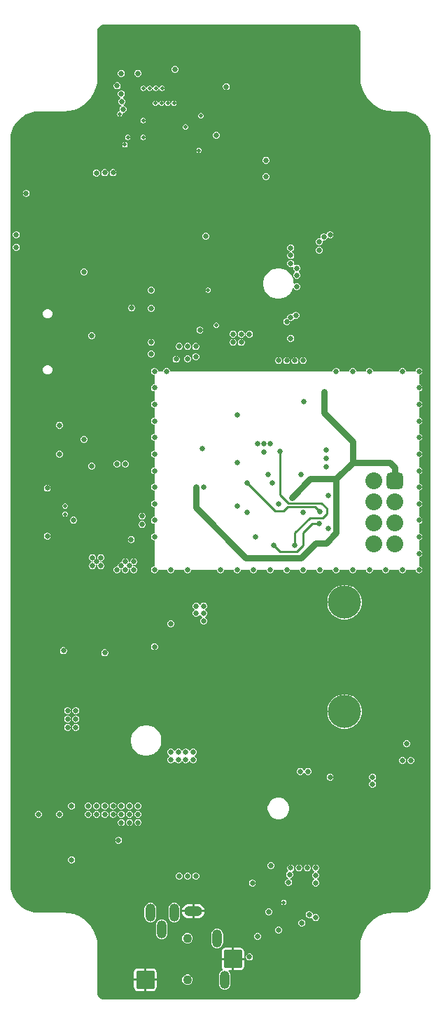
<source format=gbr>
%TF.GenerationSoftware,Altium Limited,Altium Designer,22.5.1 (42)*%
G04 Layer_Physical_Order=2*
G04 Layer_Color=36540*
%FSLAX45Y45*%
%MOMM*%
%TF.SameCoordinates,B0F14D10-A82B-43C6-BF60-515EF57ECD05*%
%TF.FilePolarity,Positive*%
%TF.FileFunction,Copper,L2,Inr,Signal*%
%TF.Part,Single*%
G01*
G75*
%TA.AperFunction,Conductor*%
%ADD80C,0.25400*%
%ADD81C,0.76200*%
%TA.AperFunction,ComponentPad*%
G04:AMPARAMS|DCode=93|XSize=2.032mm|YSize=2.032mm|CornerRadius=0.508mm|HoleSize=0mm|Usage=FLASHONLY|Rotation=270.000|XOffset=0mm|YOffset=0mm|HoleType=Round|Shape=RoundedRectangle|*
%AMROUNDEDRECTD93*
21,1,2.03200,1.01600,0,0,270.0*
21,1,1.01600,2.03200,0,0,270.0*
1,1,1.01600,-0.50800,-0.50800*
1,1,1.01600,-0.50800,0.50800*
1,1,1.01600,0.50800,0.50800*
1,1,1.01600,0.50800,-0.50800*
%
%ADD93ROUNDEDRECTD93*%
%ADD94C,2.03200*%
%ADD95C,4.00000*%
G04:AMPARAMS|DCode=96|XSize=2.2mm|YSize=1.2mm|CornerRadius=0.6mm|HoleSize=0mm|Usage=FLASHONLY|Rotation=180.000|XOffset=0mm|YOffset=0mm|HoleType=Round|Shape=RoundedRectangle|*
%AMROUNDEDRECTD96*
21,1,2.20000,0.00000,0,0,180.0*
21,1,1.00000,1.20000,0,0,180.0*
1,1,1.20000,-0.50000,0.00000*
1,1,1.20000,0.50000,0.00000*
1,1,1.20000,0.50000,0.00000*
1,1,1.20000,-0.50000,0.00000*
%
%ADD96ROUNDEDRECTD96*%
G04:AMPARAMS|DCode=97|XSize=2.2mm|YSize=1.2mm|CornerRadius=0.6mm|HoleSize=0mm|Usage=FLASHONLY|Rotation=270.000|XOffset=0mm|YOffset=0mm|HoleType=Round|Shape=RoundedRectangle|*
%AMROUNDEDRECTD97*
21,1,2.20000,0.00000,0,0,270.0*
21,1,1.00000,1.20000,0,0,270.0*
1,1,1.20000,0.00000,-0.50000*
1,1,1.20000,0.00000,0.50000*
1,1,1.20000,0.00000,0.50000*
1,1,1.20000,0.00000,-0.50000*
%
%ADD97ROUNDEDRECTD97*%
G04:AMPARAMS|DCode=98|XSize=2.2mm|YSize=2.2mm|CornerRadius=0.22mm|HoleSize=0mm|Usage=FLASHONLY|Rotation=270.000|XOffset=0mm|YOffset=0mm|HoleType=Round|Shape=RoundedRectangle|*
%AMROUNDEDRECTD98*
21,1,2.20000,1.76000,0,0,270.0*
21,1,1.76000,2.20000,0,0,270.0*
1,1,0.44000,-0.88000,-0.88000*
1,1,0.44000,-0.88000,0.88000*
1,1,0.44000,0.88000,0.88000*
1,1,0.44000,0.88000,-0.88000*
%
%ADD98ROUNDEDRECTD98*%
%ADD99C,1.10000*%
%ADD100C,0.65000*%
%TA.AperFunction,ViaPad*%
%ADD101C,6.50000*%
%ADD102C,0.66000*%
%ADD103C,0.46000*%
G36*
X1723323Y5887542D02*
X1745056Y5878540D01*
X1763718Y5864219D01*
X1778039Y5845557D01*
X1787041Y5823824D01*
X1790045Y5801005D01*
X1789836Y5800501D01*
X1789837Y5250501D01*
X1789344D01*
X1794400Y5186260D01*
X1809443Y5123601D01*
X1834103Y5064067D01*
X1867773Y5009124D01*
X1909623Y4960124D01*
X1958623Y4918274D01*
X2013566Y4884604D01*
X2073101Y4859944D01*
X2135760Y4844901D01*
X2200000Y4839845D01*
Y4840338D01*
X2300000D01*
X2301122Y4840802D01*
X2353249Y4836700D01*
X2405186Y4824231D01*
X2454534Y4803790D01*
X2500076Y4775882D01*
X2540692Y4741193D01*
X2575381Y4700577D01*
X2603289Y4655035D01*
X2623730Y4605687D01*
X2636199Y4553750D01*
X2639404Y4513022D01*
X2639836Y4500501D01*
D01*
X2639837Y4487833D01*
Y-4486831D01*
X2639836Y-4499498D01*
X2639836D01*
X2639404Y-4512020D01*
X2636199Y-4552747D01*
X2623730Y-4604685D01*
X2603289Y-4654032D01*
X2575381Y-4699575D01*
X2540692Y-4740190D01*
X2500076Y-4774880D01*
X2454534Y-4802788D01*
X2405186Y-4823228D01*
X2353249Y-4835697D01*
X2301122Y-4839800D01*
X2300000Y-4839335D01*
X2200000D01*
Y-4838843D01*
X2135760Y-4843899D01*
X2073101Y-4858942D01*
X2013566Y-4883602D01*
X1958623Y-4917271D01*
X1909623Y-4959121D01*
X1867773Y-5008121D01*
X1834103Y-5063065D01*
X1809443Y-5122599D01*
X1794400Y-5185258D01*
X1789344Y-5249499D01*
X1789837D01*
X1789836Y-5799499D01*
X1790045Y-5800002D01*
X1787041Y-5822821D01*
X1778039Y-5844554D01*
X1763718Y-5863217D01*
X1745056Y-5877537D01*
X1723323Y-5886540D01*
X1700504Y-5889544D01*
X1700000Y-5889335D01*
X-1300000D01*
X-1300503Y-5889544D01*
X-1323322Y-5886540D01*
X-1345055Y-5877537D01*
X-1363718Y-5863217D01*
X-1378038Y-5844554D01*
X-1387041Y-5822821D01*
X-1390045Y-5800002D01*
X-1389836Y-5799499D01*
X-1389837Y-5262199D01*
X-1389344Y-5249499D01*
X-1389344D01*
X-1394400Y-5185258D01*
X-1409443Y-5122599D01*
X-1434103Y-5063065D01*
X-1467773Y-5008121D01*
X-1509623Y-4959121D01*
X-1558622Y-4917271D01*
X-1613566Y-4883602D01*
X-1673100Y-4858942D01*
X-1735759Y-4843899D01*
X-1800000Y-4838843D01*
Y-4839335D01*
X-2100000D01*
X-2101122Y-4839800D01*
X-2153248Y-4835697D01*
X-2205186Y-4823228D01*
X-2254533Y-4802788D01*
X-2300076Y-4774880D01*
X-2340692Y-4740190D01*
X-2375381Y-4699575D01*
X-2403289Y-4654032D01*
X-2423729Y-4604685D01*
X-2436199Y-4552747D01*
X-2440301Y-4500621D01*
X-2439836Y-4499499D01*
X-2439836Y4500501D01*
X-2440301Y4501623D01*
X-2436199Y4553750D01*
X-2423729Y4605687D01*
X-2403289Y4655035D01*
X-2375381Y4700577D01*
X-2340692Y4741193D01*
X-2300076Y4775882D01*
X-2254533Y4803790D01*
X-2205186Y4824231D01*
X-2153248Y4836700D01*
X-2101122Y4840802D01*
X-2100000Y4840338D01*
X-1800000D01*
Y4839845D01*
X-1735759Y4844901D01*
X-1673100Y4859944D01*
X-1613566Y4884604D01*
X-1558622Y4918274D01*
X-1509623Y4960124D01*
X-1467773Y5009124D01*
X-1434103Y5064067D01*
X-1409443Y5123601D01*
X-1394400Y5186260D01*
X-1389344Y5250501D01*
X-1389836D01*
Y5800501D01*
X-1390045Y5801004D01*
X-1387041Y5823824D01*
X-1378038Y5845557D01*
X-1363718Y5864219D01*
X-1345055Y5878540D01*
X-1323322Y5887542D01*
X-1300503Y5890546D01*
X-1300000Y5890337D01*
X1700000D01*
X1700504Y5890546D01*
X1723323Y5887542D01*
D02*
G37*
%LPC*%
G36*
X-441667Y5391890D02*
X-458332D01*
X-473729Y5385512D01*
X-485512Y5373729D01*
X-491890Y5358332D01*
Y5341667D01*
X-485512Y5326271D01*
X-473729Y5314487D01*
X-458332Y5308110D01*
X-441667D01*
X-426271Y5314487D01*
X-414487Y5326271D01*
X-408110Y5341667D01*
Y5358332D01*
X-414487Y5373729D01*
X-426271Y5385512D01*
X-441667Y5391890D01*
D02*
G37*
G36*
X-891668Y5341890D02*
X-908332D01*
X-923729Y5335513D01*
X-935512Y5323729D01*
X-941890Y5308333D01*
Y5291668D01*
X-935512Y5276271D01*
X-923729Y5264488D01*
X-908332Y5258110D01*
X-891668D01*
X-876271Y5264488D01*
X-864487Y5276271D01*
X-858110Y5291668D01*
Y5308333D01*
X-864487Y5323729D01*
X-876271Y5335513D01*
X-891668Y5341890D01*
D02*
G37*
G36*
X-1091668D02*
X-1108333D01*
X-1123729Y5335513D01*
X-1135513Y5323729D01*
X-1141890Y5308333D01*
Y5291668D01*
X-1135513Y5276271D01*
X-1123729Y5264488D01*
X-1108333Y5258110D01*
X-1091668D01*
X-1076271Y5264488D01*
X-1064488Y5276271D01*
X-1058110Y5291668D01*
Y5308333D01*
X-1064488Y5323729D01*
X-1076271Y5335513D01*
X-1091668Y5341890D01*
D02*
G37*
G36*
X-600549Y5151080D02*
X-613236D01*
X-624957Y5146225D01*
X-633928Y5137254D01*
X-638783Y5125534D01*
X-650854D01*
X-655709Y5137254D01*
X-664679Y5146225D01*
X-676400Y5151080D01*
X-689087D01*
X-700808Y5146225D01*
X-709779Y5137254D01*
X-714633Y5125534D01*
X-726705D01*
X-731559Y5137254D01*
X-740530Y5146225D01*
X-752251Y5151080D01*
X-764938D01*
X-776659Y5146225D01*
X-785629Y5137254D01*
X-790484Y5125534D01*
X-802555D01*
X-807410Y5137254D01*
X-816381Y5146225D01*
X-828102Y5151080D01*
X-840789D01*
X-852509Y5146225D01*
X-861480Y5137254D01*
X-866335Y5125534D01*
Y5112847D01*
X-861480Y5101126D01*
X-852509Y5092155D01*
X-840789Y5087300D01*
X-828102D01*
X-816381Y5092155D01*
X-807410Y5101126D01*
X-802555Y5112846D01*
X-790484D01*
X-785629Y5101126D01*
X-776659Y5092155D01*
X-764938Y5087300D01*
X-752251D01*
X-740530Y5092155D01*
X-731559Y5101126D01*
X-726705Y5112846D01*
X-714633D01*
X-709779Y5101126D01*
X-700808Y5092155D01*
X-689087Y5087300D01*
X-676400D01*
X-664679Y5092155D01*
X-655709Y5101126D01*
X-650854Y5112846D01*
X-638783D01*
X-633928Y5101126D01*
X-624957Y5092155D01*
X-613236Y5087300D01*
X-600549D01*
X-588829Y5092155D01*
X-579858Y5101126D01*
X-575003Y5112847D01*
Y5125534D01*
X-579858Y5137254D01*
X-588829Y5146225D01*
X-600549Y5151080D01*
D02*
G37*
G36*
X-1141667Y5191890D02*
X-1158332D01*
X-1173728Y5185512D01*
X-1185512Y5173729D01*
X-1191890Y5158332D01*
Y5141667D01*
X-1185512Y5126271D01*
X-1173728Y5114487D01*
X-1158332Y5108110D01*
X-1141667D01*
X-1126271Y5114487D01*
X-1114487Y5126271D01*
X-1108110Y5141667D01*
Y5158332D01*
X-1114487Y5173729D01*
X-1126271Y5185512D01*
X-1141667Y5191890D01*
D02*
G37*
G36*
X178342Y5181887D02*
X161677D01*
X146281Y5175510D01*
X134497Y5163726D01*
X128120Y5148330D01*
Y5131665D01*
X134497Y5116269D01*
X146281Y5104485D01*
X161677Y5098107D01*
X178342D01*
X193738Y5104485D01*
X205522Y5116269D01*
X211899Y5131665D01*
Y5148330D01*
X205522Y5163726D01*
X193738Y5175510D01*
X178342Y5181887D01*
D02*
G37*
G36*
X-455783Y4969904D02*
X-468470D01*
X-480191Y4965049D01*
X-489162Y4956078D01*
X-494016Y4944358D01*
X-506088D01*
X-510942Y4956078D01*
X-519913Y4965049D01*
X-531634Y4969904D01*
X-544321D01*
X-556042Y4965049D01*
X-565012Y4956078D01*
X-569867Y4944358D01*
X-581938D01*
X-586793Y4956078D01*
X-595764Y4965049D01*
X-607485Y4969904D01*
X-620171D01*
X-631892Y4965049D01*
X-640863Y4956078D01*
X-645718Y4944358D01*
X-657789D01*
X-662644Y4956078D01*
X-671615Y4965049D01*
X-683335Y4969904D01*
X-696022D01*
X-707743Y4965049D01*
X-716714Y4956078D01*
X-721569Y4944357D01*
Y4931671D01*
X-716714Y4919950D01*
X-707743Y4910979D01*
X-696022Y4906124D01*
X-683335D01*
X-671615Y4910979D01*
X-662644Y4919950D01*
X-657789Y4931670D01*
X-645718D01*
X-640863Y4919950D01*
X-631892Y4910979D01*
X-620171Y4906124D01*
X-607485D01*
X-595764Y4910979D01*
X-586793Y4919950D01*
X-581938Y4931670D01*
X-569867D01*
X-565012Y4919950D01*
X-556042Y4910979D01*
X-544321Y4906124D01*
X-531634D01*
X-519913Y4910979D01*
X-510942Y4919950D01*
X-506088Y4931670D01*
X-494016D01*
X-489162Y4919950D01*
X-480191Y4910979D01*
X-468470Y4906124D01*
X-455783D01*
X-444062Y4910979D01*
X-435092Y4919950D01*
X-430237Y4931671D01*
Y4944357D01*
X-435092Y4956078D01*
X-444062Y4965049D01*
X-455783Y4969904D01*
D02*
G37*
G36*
X-1091668Y5091890D02*
X-1108333D01*
X-1123729Y5085513D01*
X-1135513Y5073729D01*
X-1141890Y5058333D01*
Y5041668D01*
X-1135513Y5026271D01*
X-1123729Y5014488D01*
X-1112834Y5009975D01*
X-1112476Y4996377D01*
X-1115700Y4995041D01*
X-1127483Y4983257D01*
X-1133861Y4967861D01*
Y4951196D01*
X-1127483Y4935800D01*
X-1115700Y4924016D01*
X-1100546Y4917739D01*
X-1100161Y4916753D01*
X-1098262Y4904939D01*
X-1104489Y4902360D01*
X-1116272Y4890576D01*
X-1122650Y4875180D01*
Y4858515D01*
X-1120401Y4853085D01*
X-1121338Y4849932D01*
X-1128197Y4838719D01*
X-1135896Y4835530D01*
X-1144867Y4826559D01*
X-1149722Y4814838D01*
Y4802152D01*
X-1144867Y4790431D01*
X-1135896Y4781460D01*
X-1124175Y4776605D01*
X-1111488D01*
X-1099767Y4781460D01*
X-1090797Y4790431D01*
X-1085942Y4802152D01*
Y4814838D01*
X-1076386Y4824957D01*
X-1072427D01*
X-1057031Y4831335D01*
X-1045247Y4843119D01*
X-1038870Y4858515D01*
Y4875180D01*
X-1045247Y4890576D01*
X-1057031Y4902360D01*
X-1072185Y4908637D01*
X-1072570Y4909623D01*
X-1074469Y4921437D01*
X-1068242Y4924016D01*
X-1056458Y4935800D01*
X-1050081Y4951196D01*
Y4967861D01*
X-1056458Y4983257D01*
X-1068242Y4995041D01*
X-1079137Y4999554D01*
X-1079495Y5013152D01*
X-1076271Y5014488D01*
X-1064488Y5026271D01*
X-1058110Y5041668D01*
Y5058333D01*
X-1064488Y5073729D01*
X-1076271Y5085513D01*
X-1091668Y5091890D01*
D02*
G37*
G36*
X-131531Y4818762D02*
X-144218D01*
X-155939Y4813907D01*
X-164910Y4804936D01*
X-169765Y4793215D01*
Y4780528D01*
X-164910Y4768808D01*
X-155939Y4759837D01*
X-144218Y4754982D01*
X-131531D01*
X-119811Y4759837D01*
X-110840Y4768808D01*
X-105985Y4780528D01*
Y4793215D01*
X-110840Y4804936D01*
X-119811Y4813907D01*
X-131531Y4818762D01*
D02*
G37*
G36*
X-828536Y4760153D02*
X-841222D01*
X-852943Y4755298D01*
X-861914Y4746327D01*
X-866769Y4734606D01*
Y4721920D01*
X-861914Y4710199D01*
X-852943Y4701228D01*
X-841222Y4696373D01*
X-828536D01*
X-816815Y4701228D01*
X-807844Y4710199D01*
X-802989Y4721920D01*
Y4734606D01*
X-807844Y4746327D01*
X-816815Y4755298D01*
X-828536Y4760153D01*
D02*
G37*
G36*
X-319445Y4686593D02*
X-332132D01*
X-343852Y4681738D01*
X-352823Y4672767D01*
X-357678Y4661047D01*
Y4648360D01*
X-352823Y4636639D01*
X-343852Y4627668D01*
X-332132Y4622813D01*
X-319445D01*
X-307724Y4627668D01*
X-298753Y4636639D01*
X-293898Y4648360D01*
Y4661047D01*
X-298753Y4672767D01*
X-307724Y4681738D01*
X-319445Y4686593D01*
D02*
G37*
G36*
X58332Y4591890D02*
X41667D01*
X26271Y4585513D01*
X14487Y4573729D01*
X8110Y4558333D01*
Y4541668D01*
X14487Y4526271D01*
X26271Y4514488D01*
X41667Y4508110D01*
X58332D01*
X73729Y4514488D01*
X85512Y4526271D01*
X91890Y4541668D01*
Y4558333D01*
X85512Y4573729D01*
X73729Y4585513D01*
X58332Y4591890D01*
D02*
G37*
G36*
X-1014961Y4560228D02*
X-1027647D01*
X-1039368Y4555373D01*
X-1048339Y4546402D01*
X-1053194Y4534682D01*
Y4521995D01*
X-1048339Y4510274D01*
X-1039368Y4501303D01*
X-1027647Y4496448D01*
X-1014961D01*
X-1003240Y4501303D01*
X-994269Y4510274D01*
X-989414Y4521995D01*
Y4534682D01*
X-994269Y4546402D01*
X-1003240Y4555373D01*
X-1014961Y4560228D01*
D02*
G37*
G36*
X-828536Y4560153D02*
X-841222D01*
X-852943Y4555298D01*
X-861914Y4546327D01*
X-866769Y4534606D01*
Y4521920D01*
X-861914Y4510199D01*
X-852943Y4501228D01*
X-841222Y4496373D01*
X-828536D01*
X-816815Y4501228D01*
X-807844Y4510199D01*
X-802989Y4521920D01*
Y4534606D01*
X-807844Y4546327D01*
X-816815Y4555298D01*
X-828536Y4560153D01*
D02*
G37*
G36*
X-1050468Y4469649D02*
X-1063154D01*
X-1074875Y4464794D01*
X-1083846Y4455823D01*
X-1088701Y4444102D01*
Y4431415D01*
X-1083846Y4419694D01*
X-1074875Y4410724D01*
X-1063154Y4405869D01*
X-1050468D01*
X-1038747Y4410724D01*
X-1029776Y4419694D01*
X-1024921Y4431415D01*
Y4444102D01*
X-1029776Y4455823D01*
X-1038747Y4464794D01*
X-1050468Y4469649D01*
D02*
G37*
G36*
X-154146Y4400753D02*
X-166833D01*
X-178554Y4395898D01*
X-187524Y4386927D01*
X-192379Y4375206D01*
Y4362519D01*
X-187524Y4350799D01*
X-178554Y4341828D01*
X-166833Y4336973D01*
X-154146D01*
X-142425Y4341828D01*
X-133454Y4350799D01*
X-128599Y4362519D01*
Y4375206D01*
X-133454Y4386927D01*
X-142425Y4395898D01*
X-154146Y4400753D01*
D02*
G37*
G36*
X658333Y4291890D02*
X641668D01*
X626272Y4285512D01*
X614488Y4273729D01*
X608110Y4258332D01*
Y4241667D01*
X614488Y4226271D01*
X626272Y4214487D01*
X641668Y4208110D01*
X658333D01*
X673729Y4214487D01*
X685513Y4226271D01*
X691890Y4241667D01*
Y4258332D01*
X685513Y4273729D01*
X673729Y4285512D01*
X658333Y4291890D01*
D02*
G37*
G36*
X-1191667Y4141890D02*
X-1208332D01*
X-1223729Y4135512D01*
X-1235512Y4123729D01*
X-1241890Y4108332D01*
Y4091667D01*
X-1235512Y4076271D01*
X-1223729Y4064487D01*
X-1208332Y4058110D01*
X-1191667D01*
X-1176271Y4064487D01*
X-1164487Y4076271D01*
X-1158110Y4091667D01*
Y4108332D01*
X-1164487Y4123729D01*
X-1176271Y4135512D01*
X-1191667Y4141890D01*
D02*
G37*
G36*
X-1291667D02*
X-1308332D01*
X-1323729Y4135512D01*
X-1335512Y4123729D01*
X-1341890Y4108332D01*
Y4091667D01*
X-1335512Y4076271D01*
X-1323729Y4064487D01*
X-1308332Y4058110D01*
X-1291667D01*
X-1276271Y4064487D01*
X-1264487Y4076271D01*
X-1258110Y4091667D01*
Y4108332D01*
X-1264487Y4123729D01*
X-1276271Y4135512D01*
X-1291667Y4141890D01*
D02*
G37*
G36*
X-1393769Y4139789D02*
X-1410434D01*
X-1425830Y4133411D01*
X-1437614Y4121627D01*
X-1443991Y4106231D01*
Y4089566D01*
X-1437614Y4074170D01*
X-1425830Y4062386D01*
X-1410434Y4056009D01*
X-1393769D01*
X-1378373Y4062386D01*
X-1366589Y4074170D01*
X-1360211Y4089566D01*
Y4106231D01*
X-1366589Y4121627D01*
X-1378373Y4133411D01*
X-1393769Y4139789D01*
D02*
G37*
G36*
X658333Y4091890D02*
X641668D01*
X626272Y4085512D01*
X614488Y4073728D01*
X608110Y4058332D01*
Y4041667D01*
X614488Y4026271D01*
X626272Y4014487D01*
X641668Y4008110D01*
X658333D01*
X673729Y4014487D01*
X685513Y4026271D01*
X691890Y4041667D01*
Y4058332D01*
X685513Y4073728D01*
X673729Y4085512D01*
X658333Y4091890D01*
D02*
G37*
G36*
X-2241668Y3891890D02*
X-2258333D01*
X-2273729Y3885512D01*
X-2285513Y3873729D01*
X-2291890Y3858332D01*
Y3841667D01*
X-2285513Y3826271D01*
X-2273729Y3814487D01*
X-2258333Y3808110D01*
X-2241668D01*
X-2226271Y3814487D01*
X-2214488Y3826271D01*
X-2208110Y3841667D01*
Y3858332D01*
X-2214488Y3873729D01*
X-2226271Y3885512D01*
X-2241668Y3891890D01*
D02*
G37*
G36*
X1433332Y3391890D02*
X1416667D01*
X1401271Y3385512D01*
X1389487Y3373729D01*
X1386261Y3365940D01*
X1374169Y3360703D01*
X1371667Y3361367D01*
X1358333Y3366890D01*
X1341668D01*
X1326271Y3360512D01*
X1314488Y3348729D01*
X1308110Y3333332D01*
Y3316667D01*
X1308262Y3316301D01*
X1299488Y3306189D01*
X1282823D01*
X1267427Y3299812D01*
X1255643Y3288028D01*
X1249266Y3272632D01*
Y3255967D01*
X1255643Y3240570D01*
X1267427Y3228787D01*
X1282823Y3222409D01*
X1299488D01*
X1314884Y3228787D01*
X1326668Y3240570D01*
X1333046Y3255967D01*
Y3272632D01*
X1332894Y3272998D01*
X1341668Y3283110D01*
X1358333D01*
X1373729Y3289487D01*
X1385513Y3301271D01*
X1388739Y3309059D01*
X1400831Y3314297D01*
X1403333Y3313633D01*
X1416667Y3308110D01*
X1433332D01*
X1448729Y3314487D01*
X1460512Y3326271D01*
X1466890Y3341667D01*
Y3358332D01*
X1460512Y3373729D01*
X1448729Y3385512D01*
X1433332Y3391890D01*
D02*
G37*
G36*
X-2361668Y3391890D02*
X-2378333D01*
X-2393729Y3385512D01*
X-2405513Y3373728D01*
X-2411890Y3358332D01*
Y3341667D01*
X-2405513Y3326271D01*
X-2393729Y3314487D01*
X-2378333Y3308110D01*
X-2361668D01*
X-2346272Y3314487D01*
X-2334488Y3326271D01*
X-2328110Y3341667D01*
Y3358332D01*
X-2334488Y3373728D01*
X-2346272Y3385512D01*
X-2361668Y3391890D01*
D02*
G37*
G36*
X-68530Y3372850D02*
X-85195D01*
X-100592Y3366472D01*
X-112375Y3354688D01*
X-118753Y3339292D01*
Y3322627D01*
X-112375Y3307231D01*
X-100592Y3295447D01*
X-85195Y3289070D01*
X-68530D01*
X-53134Y3295447D01*
X-41350Y3307231D01*
X-34973Y3322627D01*
Y3339292D01*
X-41350Y3354688D01*
X-53134Y3366472D01*
X-68530Y3372850D01*
D02*
G37*
G36*
X-2361668Y3241890D02*
X-2378333D01*
X-2393729Y3235512D01*
X-2405513Y3223729D01*
X-2411890Y3208332D01*
Y3191667D01*
X-2405513Y3176271D01*
X-2393729Y3164487D01*
X-2378333Y3158110D01*
X-2361668D01*
X-2346272Y3164487D01*
X-2334488Y3176271D01*
X-2328110Y3191667D01*
Y3208332D01*
X-2334488Y3223729D01*
X-2346272Y3235512D01*
X-2361668Y3241890D01*
D02*
G37*
G36*
X1299488Y3206189D02*
X1282823D01*
X1267427Y3199811D01*
X1255643Y3188028D01*
X1249265Y3172631D01*
Y3155967D01*
X1255643Y3140570D01*
X1267427Y3128786D01*
X1282823Y3122409D01*
X1299488D01*
X1314884Y3128786D01*
X1326668Y3140570D01*
X1333045Y3155967D01*
Y3172631D01*
X1326668Y3188028D01*
X1314884Y3199811D01*
X1299488Y3206189D01*
D02*
G37*
G36*
X958332Y3233267D02*
X941667D01*
X926271Y3226889D01*
X914487Y3215105D01*
X908110Y3199709D01*
Y3183044D01*
X914487Y3167648D01*
X926271Y3155864D01*
X934244Y3152562D01*
Y3138815D01*
X926271Y3135512D01*
X914487Y3123729D01*
X908110Y3108332D01*
Y3091667D01*
X914487Y3076271D01*
X926271Y3064487D01*
X941667Y3058110D01*
X958332D01*
X973729Y3064487D01*
X985512Y3076271D01*
X991890Y3091667D01*
Y3108332D01*
X985512Y3123729D01*
X973729Y3135512D01*
X965755Y3138815D01*
Y3152562D01*
X973729Y3155864D01*
X985512Y3167648D01*
X991890Y3183044D01*
Y3199709D01*
X985512Y3215105D01*
X973729Y3226889D01*
X958332Y3233267D01*
D02*
G37*
G36*
X-1541667Y2941890D02*
X-1558332D01*
X-1573729Y2935513D01*
X-1585512Y2923729D01*
X-1591890Y2908333D01*
Y2891668D01*
X-1585512Y2876271D01*
X-1573729Y2864488D01*
X-1558332Y2858110D01*
X-1541667D01*
X-1526271Y2864488D01*
X-1514487Y2876271D01*
X-1508110Y2891668D01*
Y2908333D01*
X-1514487Y2923729D01*
X-1526271Y2935513D01*
X-1541667Y2941890D01*
D02*
G37*
G36*
X958332Y3041890D02*
X941667D01*
X926271Y3035513D01*
X914487Y3023729D01*
X908110Y3008333D01*
Y2991668D01*
X914487Y2976271D01*
X926271Y2964488D01*
X941667Y2958110D01*
X958332D01*
X972238Y2963870D01*
X976885Y2961215D01*
X982481Y2955413D01*
X982206Y2954748D01*
Y2938084D01*
X988583Y2922687D01*
X1000367Y2910904D01*
Y2897576D01*
X988583Y2885792D01*
X982206Y2870396D01*
Y2853731D01*
X988583Y2838335D01*
X1000367Y2826551D01*
X1015763Y2820174D01*
X1032428D01*
X1047824Y2826551D01*
X1059608Y2838335D01*
X1065986Y2853731D01*
Y2870396D01*
X1059608Y2885792D01*
X1047825Y2897576D01*
Y2910904D01*
X1059608Y2922687D01*
X1065986Y2938084D01*
Y2954748D01*
X1059608Y2970145D01*
X1047824Y2981929D01*
X1032428Y2988306D01*
X1015763D01*
X1001858Y2982546D01*
X997211Y2985201D01*
X991615Y2991003D01*
X991890Y2991668D01*
Y3008333D01*
X985512Y3023729D01*
X973729Y3035513D01*
X958332Y3041890D01*
D02*
G37*
G36*
X818128Y2943890D02*
X781905D01*
X746377Y2936823D01*
X712912Y2922961D01*
X682793Y2902837D01*
X657180Y2877223D01*
X637055Y2847105D01*
X623193Y2813639D01*
X616126Y2778112D01*
Y2741889D01*
X623193Y2706361D01*
X637055Y2672896D01*
X657180Y2642777D01*
X682793Y2617163D01*
X712912Y2597039D01*
X746377Y2583177D01*
X781905Y2576110D01*
X818128D01*
X853655Y2583177D01*
X887121Y2597039D01*
X917239Y2617163D01*
X942853Y2642777D01*
X962977Y2672896D01*
X975236Y2702490D01*
X987518Y2703402D01*
X988746Y2703061D01*
X989487Y2701271D01*
X1001271Y2689487D01*
X1016668Y2683110D01*
X1033332D01*
X1048729Y2689487D01*
X1060512Y2701271D01*
X1066890Y2716667D01*
Y2733332D01*
X1060512Y2748729D01*
X1048729Y2760512D01*
X1033332Y2766890D01*
X1016668D01*
X1001271Y2760512D01*
X996606Y2755847D01*
X983906Y2761108D01*
Y2778112D01*
X976839Y2813639D01*
X962977Y2847105D01*
X942853Y2877223D01*
X917239Y2902837D01*
X887121Y2922961D01*
X853655Y2936823D01*
X818128Y2943890D01*
D02*
G37*
G36*
X-43657Y2710715D02*
X-56344D01*
X-68064Y2705860D01*
X-77035Y2696889D01*
X-81890Y2685168D01*
Y2672482D01*
X-77035Y2660761D01*
X-68064Y2651790D01*
X-56344Y2646935D01*
X-43657D01*
X-31936Y2651790D01*
X-22965Y2660761D01*
X-18110Y2672482D01*
Y2685168D01*
X-22965Y2696889D01*
X-31936Y2705860D01*
X-43657Y2710715D01*
D02*
G37*
G36*
X-727879Y2721890D02*
X-744544D01*
X-759940Y2715513D01*
X-771724Y2703729D01*
X-778101Y2688333D01*
Y2671668D01*
X-771724Y2656272D01*
X-759940Y2644488D01*
X-744544Y2638111D01*
X-727879D01*
X-712483Y2644488D01*
X-700699Y2656272D01*
X-694321Y2671668D01*
Y2688333D01*
X-700699Y2703729D01*
X-712483Y2715513D01*
X-727879Y2721890D01*
D02*
G37*
G36*
X-969781Y2506718D02*
X-986446D01*
X-1001842Y2500340D01*
X-1013626Y2488557D01*
X-1020003Y2473160D01*
Y2456495D01*
X-1013626Y2441099D01*
X-1001842Y2429315D01*
X-986446Y2422938D01*
X-969781D01*
X-954385Y2429315D01*
X-942601Y2441099D01*
X-936223Y2456495D01*
Y2473160D01*
X-942601Y2488557D01*
X-954385Y2500340D01*
X-969781Y2506718D01*
D02*
G37*
G36*
X-727879Y2501890D02*
X-744544D01*
X-759940Y2495513D01*
X-771724Y2483729D01*
X-778101Y2468333D01*
Y2451668D01*
X-771724Y2436272D01*
X-759940Y2424488D01*
X-744544Y2418110D01*
X-727879D01*
X-712483Y2424488D01*
X-700699Y2436272D01*
X-694321Y2451668D01*
Y2468333D01*
X-700699Y2483729D01*
X-712483Y2495513D01*
X-727879Y2501890D01*
D02*
G37*
G36*
X1019583Y2416890D02*
X1002918D01*
X987522Y2410512D01*
X975738Y2398729D01*
X970771Y2386738D01*
X958332Y2391890D01*
X941667D01*
X926271Y2385513D01*
X914487Y2373729D01*
X908110Y2358333D01*
Y2341890D01*
X891668D01*
X876271Y2335512D01*
X864487Y2323729D01*
X858110Y2308332D01*
Y2291668D01*
X864487Y2276271D01*
X876271Y2264487D01*
X891668Y2258110D01*
X908332D01*
X923729Y2264487D01*
X935512Y2276271D01*
X941890Y2291668D01*
Y2308110D01*
X958332D01*
X973729Y2314488D01*
X985512Y2326271D01*
X990479Y2338262D01*
X1002918Y2333110D01*
X1019583D01*
X1034979Y2339487D01*
X1046763Y2351271D01*
X1053140Y2366667D01*
Y2383332D01*
X1046763Y2398729D01*
X1034979Y2410512D01*
X1019583Y2416890D01*
D02*
G37*
G36*
X-1980783Y2454390D02*
X-2003217D01*
X-2023942Y2445805D01*
X-2039805Y2429942D01*
X-2048390Y2409216D01*
Y2386783D01*
X-2039805Y2366057D01*
X-2023942Y2350195D01*
X-2003217Y2341610D01*
X-1980783D01*
X-1960058Y2350195D01*
X-1944195Y2366057D01*
X-1935610Y2386783D01*
Y2409216D01*
X-1944195Y2429942D01*
X-1960058Y2445805D01*
X-1980783Y2454390D01*
D02*
G37*
G36*
X56343Y2288211D02*
X43657D01*
X31936Y2283356D01*
X22965Y2274386D01*
X18110Y2262665D01*
Y2249978D01*
X22965Y2238257D01*
X31936Y2229286D01*
X43657Y2224431D01*
X56343D01*
X68064Y2229286D01*
X77035Y2238257D01*
X81890Y2249978D01*
Y2262665D01*
X77035Y2274386D01*
X68064Y2283356D01*
X56343Y2288211D01*
D02*
G37*
G36*
X-141667Y2241890D02*
X-158332D01*
X-173729Y2235512D01*
X-185512Y2223729D01*
X-191890Y2208332D01*
Y2191667D01*
X-185512Y2176271D01*
X-173729Y2164487D01*
X-158332Y2158110D01*
X-141667D01*
X-126271Y2164487D01*
X-114487Y2176271D01*
X-108110Y2191667D01*
Y2208332D01*
X-114487Y2223729D01*
X-126271Y2235512D01*
X-141667Y2241890D01*
D02*
G37*
G36*
X458333Y2191890D02*
X441668D01*
X426271Y2185513D01*
X414488Y2173729D01*
X408110Y2158332D01*
Y2141668D01*
X414488Y2126271D01*
X426271Y2114488D01*
X441668Y2108110D01*
X458333D01*
X473729Y2114488D01*
X485513Y2126271D01*
X491890Y2141668D01*
Y2158332D01*
X485513Y2173729D01*
X473729Y2185513D01*
X458333Y2191890D01*
D02*
G37*
G36*
X358333D02*
X341668D01*
X326271Y2185513D01*
X314488Y2173729D01*
X308110Y2158332D01*
Y2141668D01*
X314488Y2126271D01*
X326271Y2114488D01*
X341668Y2108110D01*
X358333D01*
X373729Y2114488D01*
X385513Y2126271D01*
X391890Y2141668D01*
Y2158332D01*
X385513Y2173729D01*
X373729Y2185513D01*
X358333Y2191890D01*
D02*
G37*
G36*
X258332D02*
X241668D01*
X226271Y2185513D01*
X214488Y2173729D01*
X208110Y2158332D01*
Y2141668D01*
X214488Y2126271D01*
X226271Y2114488D01*
X241668Y2108110D01*
X258332D01*
X273729Y2114488D01*
X285513Y2126271D01*
X291890Y2141668D01*
Y2158332D01*
X285513Y2173729D01*
X273729Y2185513D01*
X258332Y2191890D01*
D02*
G37*
G36*
X-1450121Y2171890D02*
X-1466786D01*
X-1482182Y2165513D01*
X-1493966Y2153729D01*
X-1500343Y2138333D01*
Y2121668D01*
X-1493966Y2106271D01*
X-1482182Y2094488D01*
X-1466786Y2088110D01*
X-1450121D01*
X-1434725Y2094488D01*
X-1422941Y2106271D01*
X-1416564Y2121668D01*
Y2138333D01*
X-1422941Y2153729D01*
X-1434725Y2165513D01*
X-1450121Y2171890D01*
D02*
G37*
G36*
X958332Y2141890D02*
X941667D01*
X926271Y2135513D01*
X914487Y2123729D01*
X908110Y2108333D01*
Y2091668D01*
X914487Y2076271D01*
X926271Y2064488D01*
X941667Y2058110D01*
X958332D01*
X973729Y2064488D01*
X985512Y2076271D01*
X991890Y2091668D01*
Y2108333D01*
X985512Y2123729D01*
X973729Y2135513D01*
X958332Y2141890D01*
D02*
G37*
G36*
X358333Y2091890D02*
X341668D01*
X326271Y2085512D01*
X314488Y2073729D01*
X308110Y2058332D01*
Y2041667D01*
X314488Y2026271D01*
X326271Y2014487D01*
X341668Y2008110D01*
X358333D01*
X373729Y2014487D01*
X385513Y2026271D01*
X391890Y2041667D01*
Y2058332D01*
X385513Y2073729D01*
X373729Y2085512D01*
X358333Y2091890D01*
D02*
G37*
G36*
X258332D02*
X241668D01*
X226271Y2085512D01*
X214488Y2073729D01*
X208110Y2058332D01*
Y2041667D01*
X214488Y2026271D01*
X226271Y2014487D01*
X241668Y2008110D01*
X258332D01*
X273729Y2014487D01*
X285513Y2026271D01*
X291890Y2041667D01*
Y2058332D01*
X285513Y2073729D01*
X273729Y2085512D01*
X258332Y2091890D01*
D02*
G37*
G36*
X-727879D02*
X-744544D01*
X-759940Y2085512D01*
X-771724Y2073729D01*
X-778102Y2058332D01*
Y2041667D01*
X-771724Y2026271D01*
X-759940Y2014487D01*
X-744544Y2008110D01*
X-727879D01*
X-712483Y2014487D01*
X-700699Y2026271D01*
X-694322Y2041667D01*
Y2058332D01*
X-700699Y2073729D01*
X-712483Y2085512D01*
X-727879Y2091890D01*
D02*
G37*
G36*
X-191668Y2041890D02*
X-208333D01*
X-223729Y2035513D01*
X-235513Y2023729D01*
X-241890Y2008333D01*
Y1991668D01*
X-235513Y1976271D01*
X-223729Y1964488D01*
X-208333Y1958110D01*
X-191668D01*
X-176271Y1964488D01*
X-164488Y1976271D01*
X-158110Y1991668D01*
Y2008333D01*
X-164488Y2023729D01*
X-176271Y2035513D01*
X-191668Y2041890D01*
D02*
G37*
G36*
X-291667D02*
X-308332D01*
X-323729Y2035513D01*
X-335512Y2023729D01*
X-341890Y2008333D01*
Y1991668D01*
X-335512Y1976271D01*
X-323729Y1964488D01*
X-308332Y1958110D01*
X-291667D01*
X-276271Y1964488D01*
X-264487Y1976271D01*
X-258110Y1991668D01*
Y2008333D01*
X-264487Y2023729D01*
X-276271Y2035513D01*
X-291667Y2041890D01*
D02*
G37*
G36*
X-391667D02*
X-408332D01*
X-423729Y2035513D01*
X-435512Y2023729D01*
X-441890Y2008333D01*
Y1991668D01*
X-435512Y1976271D01*
X-423729Y1964488D01*
X-408332Y1958110D01*
X-391667D01*
X-376271Y1964488D01*
X-364487Y1976271D01*
X-358110Y1991668D01*
Y2008333D01*
X-364487Y2023729D01*
X-376271Y2035513D01*
X-391667Y2041890D01*
D02*
G37*
G36*
X-727879Y1951890D02*
X-744544D01*
X-759940Y1945512D01*
X-771724Y1933729D01*
X-778102Y1918332D01*
Y1901668D01*
X-771724Y1886271D01*
X-759940Y1874487D01*
X-744544Y1868110D01*
X-727879D01*
X-712483Y1874487D01*
X-700699Y1886271D01*
X-694322Y1901668D01*
Y1918332D01*
X-700699Y1933729D01*
X-712483Y1945512D01*
X-727879Y1951890D01*
D02*
G37*
G36*
X-191668Y1916889D02*
X-208333D01*
X-223729Y1910512D01*
X-235513Y1898728D01*
X-241890Y1883332D01*
Y1866667D01*
X-235513Y1851271D01*
X-223729Y1839487D01*
X-208333Y1833110D01*
X-191668D01*
X-176272Y1839487D01*
X-164488Y1851271D01*
X-158110Y1866667D01*
Y1883332D01*
X-164488Y1898728D01*
X-176272Y1910512D01*
X-191668Y1916889D01*
D02*
G37*
G36*
X-291667Y1891890D02*
X-308332D01*
X-323729Y1885513D01*
X-335512Y1873729D01*
X-341890Y1858333D01*
Y1841668D01*
X-335512Y1826271D01*
X-323729Y1814488D01*
X-308332Y1808110D01*
X-291667D01*
X-276271Y1814488D01*
X-264487Y1826271D01*
X-258110Y1841668D01*
Y1858333D01*
X-264487Y1873729D01*
X-276271Y1885513D01*
X-291667Y1891890D01*
D02*
G37*
G36*
X-428376Y1888734D02*
X-445041D01*
X-460437Y1882356D01*
X-472221Y1870573D01*
X-478598Y1855176D01*
Y1838511D01*
X-472221Y1823115D01*
X-460437Y1811331D01*
X-445041Y1804954D01*
X-428376D01*
X-412979Y1811331D01*
X-401196Y1823115D01*
X-394818Y1838511D01*
Y1855176D01*
X-401196Y1870573D01*
X-412979Y1882356D01*
X-428376Y1888734D01*
D02*
G37*
G36*
X808332Y1871890D02*
X791667D01*
X776271Y1865513D01*
X764487Y1853729D01*
X758110Y1838333D01*
Y1821668D01*
X764487Y1806271D01*
X776271Y1794488D01*
X791667Y1788110D01*
X808332D01*
X823728Y1794488D01*
X835512Y1806271D01*
X841890Y1821668D01*
Y1838333D01*
X835512Y1853729D01*
X823728Y1865513D01*
X808332Y1871890D01*
D02*
G37*
G36*
X1108333Y1871890D02*
X1091668D01*
X1076271Y1865512D01*
X1064488Y1853728D01*
X1058110Y1838332D01*
Y1821667D01*
X1064488Y1806271D01*
X1076271Y1794487D01*
X1091668Y1788110D01*
X1108333D01*
X1123729Y1794487D01*
X1135513Y1806271D01*
X1141890Y1821667D01*
Y1838332D01*
X1135513Y1853728D01*
X1123729Y1865512D01*
X1108333Y1871890D01*
D02*
G37*
G36*
X1008333D02*
X991668D01*
X976271Y1865512D01*
X964488Y1853728D01*
X958110Y1838332D01*
Y1821667D01*
X964488Y1806271D01*
X976271Y1794487D01*
X991668Y1788110D01*
X1008333D01*
X1023729Y1794487D01*
X1035513Y1806271D01*
X1041890Y1821667D01*
Y1838332D01*
X1035513Y1853728D01*
X1023729Y1865512D01*
X1008333Y1871890D01*
D02*
G37*
G36*
X908332D02*
X891668D01*
X876271Y1865512D01*
X864487Y1853728D01*
X858110Y1838332D01*
Y1821667D01*
X864487Y1806271D01*
X876271Y1794487D01*
X891668Y1788110D01*
X908332D01*
X923729Y1794487D01*
X935512Y1806271D01*
X941890Y1821667D01*
Y1838332D01*
X935512Y1853728D01*
X923729Y1865512D01*
X908332Y1871890D01*
D02*
G37*
G36*
X-541667Y1741890D02*
X-558332D01*
X-573729Y1735513D01*
X-585512Y1723729D01*
X-591890Y1708333D01*
Y1700000D01*
X-658110D01*
Y1708332D01*
X-664488Y1723729D01*
X-676271Y1735512D01*
X-691668Y1741890D01*
X-708333D01*
X-723729Y1735512D01*
X-735513Y1723729D01*
X-741890Y1708332D01*
Y1691667D01*
X-735513Y1676271D01*
X-723729Y1664487D01*
X-708333Y1658110D01*
X-700000D01*
Y1541890D01*
X-708333D01*
X-723729Y1535513D01*
X-735513Y1523729D01*
X-741890Y1508333D01*
Y1491668D01*
X-735513Y1476271D01*
X-723729Y1464488D01*
X-708333Y1458110D01*
X-700000D01*
Y1341890D01*
X-708333D01*
X-723729Y1335512D01*
X-735513Y1323729D01*
X-741890Y1308332D01*
Y1291667D01*
X-735513Y1276271D01*
X-723729Y1264487D01*
X-708333Y1258110D01*
X-700000D01*
Y1141890D01*
X-708333D01*
X-723729Y1135513D01*
X-735513Y1123729D01*
X-741890Y1108333D01*
Y1091668D01*
X-735513Y1076271D01*
X-723729Y1064488D01*
X-708333Y1058110D01*
X-700000D01*
Y941890D01*
X-708333D01*
X-723729Y935512D01*
X-735513Y923729D01*
X-741890Y908332D01*
Y891668D01*
X-735513Y876271D01*
X-723729Y864487D01*
X-708333Y858110D01*
X-700000D01*
Y741890D01*
X-708333D01*
X-723729Y735513D01*
X-735513Y723729D01*
X-741890Y708333D01*
Y691668D01*
X-735513Y676271D01*
X-723729Y664488D01*
X-708333Y658110D01*
X-700000D01*
Y541890D01*
X-708333D01*
X-723729Y535513D01*
X-735513Y523729D01*
X-741890Y508333D01*
Y491668D01*
X-735513Y476272D01*
X-723729Y464488D01*
X-708333Y458110D01*
X-700000D01*
Y341890D01*
X-708333D01*
X-723729Y335512D01*
X-735513Y323729D01*
X-741890Y308332D01*
Y291667D01*
X-735513Y276271D01*
X-723729Y264487D01*
X-708333Y258110D01*
X-700000D01*
Y141890D01*
X-708333D01*
X-723729Y135513D01*
X-735513Y123729D01*
X-741890Y108333D01*
Y91668D01*
X-735513Y76271D01*
X-723729Y64488D01*
X-708333Y58110D01*
X-700000D01*
Y-58110D01*
X-708333D01*
X-723729Y-64488D01*
X-735513Y-76271D01*
X-741890Y-91668D01*
Y-108333D01*
X-735513Y-123729D01*
X-723729Y-135513D01*
X-708333Y-141890D01*
X-700000D01*
Y-258110D01*
X-708333D01*
X-723729Y-264487D01*
X-735513Y-276271D01*
X-741890Y-291667D01*
Y-308332D01*
X-735513Y-323729D01*
X-723729Y-335512D01*
X-708333Y-341890D01*
X-700000D01*
Y-658110D01*
X-708333D01*
X-723729Y-664488D01*
X-735513Y-676271D01*
X-741890Y-691668D01*
Y-708333D01*
X-735513Y-723729D01*
X-723729Y-735513D01*
X-708333Y-741890D01*
X-691668D01*
X-676271Y-735513D01*
X-664488Y-723729D01*
X-658110Y-708333D01*
Y-699999D01*
X-541888D01*
Y-708332D01*
X-535510Y-723728D01*
X-523726Y-735512D01*
X-508330Y-741889D01*
X-491665D01*
X-476269Y-735512D01*
X-464485Y-723728D01*
X-458108Y-708332D01*
Y-699999D01*
X-341888D01*
Y-708332D01*
X-335510Y-723728D01*
X-323727Y-735512D01*
X-308330Y-741889D01*
X-291665D01*
X-276269Y-735512D01*
X-264485Y-723728D01*
X-258108Y-708332D01*
Y-699999D01*
X58112D01*
Y-708332D01*
X64489Y-723728D01*
X76273Y-735512D01*
X91669Y-741889D01*
X108334D01*
X123731Y-735512D01*
X135514Y-723728D01*
X141892Y-708332D01*
Y-699999D01*
X258112D01*
Y-708332D01*
X264489Y-723728D01*
X276273Y-735512D01*
X291669Y-741889D01*
X308334D01*
X323730Y-735512D01*
X335514Y-723728D01*
X341892Y-708332D01*
Y-699999D01*
X458112D01*
Y-708332D01*
X464489Y-723728D01*
X476273Y-735512D01*
X491669Y-741889D01*
X508334D01*
X523730Y-735512D01*
X535514Y-723728D01*
X541891Y-708332D01*
Y-699999D01*
X658111D01*
Y-708332D01*
X664489Y-723728D01*
X676273Y-735512D01*
X691669Y-741889D01*
X708334D01*
X723730Y-735512D01*
X735514Y-723728D01*
X741891Y-708332D01*
Y-699999D01*
X858111D01*
Y-708332D01*
X864489Y-723728D01*
X876273Y-735512D01*
X891669Y-741889D01*
X908334D01*
X923730Y-735512D01*
X935514Y-723728D01*
X941891Y-708332D01*
Y-699999D01*
X1058111D01*
Y-708332D01*
X1064489Y-723728D01*
X1076272Y-735512D01*
X1091669Y-741889D01*
X1108334D01*
X1123730Y-735512D01*
X1135514Y-723728D01*
X1141891Y-708332D01*
Y-699999D01*
X1258111D01*
Y-708332D01*
X1264488Y-723728D01*
X1276272Y-735512D01*
X1291668Y-741889D01*
X1308333D01*
X1323730Y-735512D01*
X1335513Y-723728D01*
X1341891Y-708332D01*
Y-699999D01*
X1458111D01*
Y-708332D01*
X1464488Y-723728D01*
X1476272Y-735512D01*
X1491668Y-741889D01*
X1508333D01*
X1523729Y-735512D01*
X1535513Y-723728D01*
X1541891Y-708332D01*
Y-699999D01*
X1658111D01*
Y-708332D01*
X1664488Y-723728D01*
X1676272Y-735512D01*
X1691668Y-741889D01*
X1708333D01*
X1723729Y-735512D01*
X1735513Y-723728D01*
X1741891Y-708332D01*
Y-699999D01*
X1858111D01*
Y-708332D01*
X1864488Y-723728D01*
X1876272Y-735512D01*
X1891668Y-741889D01*
X1908333D01*
X1923729Y-735512D01*
X1935513Y-723728D01*
X1941890Y-708332D01*
Y-699999D01*
X2058110D01*
Y-708332D01*
X2064488Y-723728D01*
X2076272Y-735512D01*
X2091668Y-741889D01*
X2108333D01*
X2123729Y-735512D01*
X2135513Y-723728D01*
X2141890Y-708332D01*
Y-699999D01*
X2258110D01*
Y-708332D01*
X2264488Y-723728D01*
X2276272Y-735512D01*
X2291668Y-741889D01*
X2308333D01*
X2323729Y-735512D01*
X2335513Y-723728D01*
X2341890Y-708332D01*
Y-699999D01*
X2458110D01*
Y-708332D01*
X2464488Y-723728D01*
X2476271Y-735512D01*
X2491668Y-741889D01*
X2508333D01*
X2523729Y-735512D01*
X2535513Y-723728D01*
X2541890Y-708332D01*
Y-691667D01*
X2535513Y-676270D01*
X2523729Y-664487D01*
X2508333Y-658109D01*
X2500000D01*
Y-541889D01*
X2508333D01*
X2523729Y-535512D01*
X2535513Y-523728D01*
X2541890Y-508332D01*
Y-491667D01*
X2535513Y-476271D01*
X2523729Y-464487D01*
X2508333Y-458109D01*
X2500000D01*
Y-341889D01*
X2508333D01*
X2523729Y-335512D01*
X2535513Y-323728D01*
X2541890Y-308332D01*
Y-291667D01*
X2535513Y-276271D01*
X2523729Y-264487D01*
X2508333Y-258109D01*
X2500000D01*
Y-141889D01*
X2508333D01*
X2523729Y-135512D01*
X2535513Y-123728D01*
X2541890Y-108332D01*
Y-91667D01*
X2535513Y-76271D01*
X2523729Y-64487D01*
X2508333Y-58110D01*
X2500000D01*
Y58110D01*
X2508333D01*
X2523729Y64488D01*
X2535513Y76272D01*
X2541890Y91668D01*
Y108333D01*
X2535513Y123729D01*
X2523729Y135513D01*
X2508333Y141890D01*
X2500000D01*
Y258110D01*
X2508333D01*
X2523729Y264488D01*
X2535513Y276271D01*
X2541890Y291668D01*
Y308333D01*
X2535513Y323729D01*
X2523729Y335513D01*
X2508333Y341890D01*
X2500000D01*
Y458111D01*
X2508332D01*
X2523729Y464488D01*
X2535512Y476272D01*
X2541890Y491668D01*
Y508333D01*
X2535512Y523729D01*
X2523729Y535513D01*
X2508332Y541891D01*
X2500000D01*
Y658111D01*
X2508332D01*
X2523729Y664488D01*
X2535512Y676272D01*
X2541890Y691668D01*
Y708333D01*
X2535512Y723729D01*
X2523729Y735513D01*
X2508332Y741891D01*
X2500000D01*
Y858111D01*
X2508332D01*
X2523729Y864488D01*
X2535512Y876272D01*
X2541890Y891668D01*
Y908333D01*
X2535512Y923729D01*
X2523729Y935513D01*
X2508332Y941890D01*
X2500000D01*
Y1058110D01*
X2508332D01*
X2523729Y1064488D01*
X2535512Y1076272D01*
X2541890Y1091668D01*
Y1108333D01*
X2535512Y1123729D01*
X2523729Y1135513D01*
X2508332Y1141890D01*
X2500000D01*
Y1258110D01*
X2508332D01*
X2523729Y1264488D01*
X2535512Y1276272D01*
X2541890Y1291668D01*
Y1308333D01*
X2535512Y1323729D01*
X2523729Y1335513D01*
X2508332Y1341890D01*
X2500000D01*
Y1458110D01*
X2508332D01*
X2523729Y1464488D01*
X2535512Y1476271D01*
X2541890Y1491668D01*
Y1508333D01*
X2535512Y1523729D01*
X2523729Y1535513D01*
X2508332Y1541890D01*
X2500000D01*
Y1658110D01*
X2508332D01*
X2523729Y1664487D01*
X2535512Y1676271D01*
X2541890Y1691667D01*
Y1708332D01*
X2535512Y1723729D01*
X2523729Y1735512D01*
X2508332Y1741890D01*
X2491667D01*
X2476271Y1735512D01*
X2464487Y1723729D01*
X2458110Y1708332D01*
Y1700000D01*
X2341890D01*
Y1708332D01*
X2335512Y1723729D01*
X2323729Y1735512D01*
X2308332Y1741890D01*
X2291668D01*
X2276271Y1735512D01*
X2264487Y1723729D01*
X2258110Y1708332D01*
Y1700000D01*
X1941890D01*
Y1708332D01*
X1935513Y1723729D01*
X1923729Y1735512D01*
X1908332Y1741890D01*
X1891668D01*
X1876271Y1735512D01*
X1864488Y1723729D01*
X1858110Y1708332D01*
Y1700000D01*
X1741890D01*
Y1708332D01*
X1735512Y1723729D01*
X1723729Y1735512D01*
X1708332Y1741890D01*
X1691667D01*
X1676271Y1735512D01*
X1664487Y1723729D01*
X1658110Y1708332D01*
Y1700000D01*
X1541890D01*
Y1708332D01*
X1535513Y1723729D01*
X1523729Y1735512D01*
X1508333Y1741890D01*
X1491668D01*
X1476271Y1735512D01*
X1464488Y1723729D01*
X1458110Y1708332D01*
Y1700000D01*
X-508110D01*
Y1708333D01*
X-514487Y1723729D01*
X-526271Y1735513D01*
X-541667Y1741890D01*
D02*
G37*
G36*
X-1980784Y1774390D02*
X-2003217D01*
X-2023943Y1765805D01*
X-2039805Y1749942D01*
X-2048390Y1729216D01*
Y1706783D01*
X-2039805Y1686057D01*
X-2023943Y1670195D01*
X-2003217Y1661610D01*
X-1980784D01*
X-1960058Y1670195D01*
X-1944195Y1686057D01*
X-1935610Y1706783D01*
Y1729216D01*
X-1944195Y1749942D01*
X-1960058Y1765805D01*
X-1980784Y1774390D01*
D02*
G37*
G36*
X-1841668Y1091890D02*
X-1858333D01*
X-1873729Y1085512D01*
X-1885513Y1073729D01*
X-1891890Y1058332D01*
Y1041667D01*
X-1885513Y1026271D01*
X-1873729Y1014487D01*
X-1858333Y1008110D01*
X-1841668D01*
X-1826271Y1014487D01*
X-1814488Y1026271D01*
X-1808110Y1041667D01*
Y1058332D01*
X-1814488Y1073729D01*
X-1826271Y1085512D01*
X-1841668Y1091890D01*
D02*
G37*
G36*
X-1541667Y916890D02*
X-1558332D01*
X-1573729Y910513D01*
X-1585512Y898729D01*
X-1591890Y883332D01*
Y866668D01*
X-1585512Y851271D01*
X-1573729Y839488D01*
X-1558332Y833110D01*
X-1541667D01*
X-1526271Y839488D01*
X-1514487Y851271D01*
X-1508110Y866668D01*
Y883332D01*
X-1514487Y898729D01*
X-1526271Y910513D01*
X-1541667Y916890D01*
D02*
G37*
G36*
X-1841668Y741890D02*
X-1858333D01*
X-1873729Y735513D01*
X-1885513Y723729D01*
X-1891890Y708333D01*
Y691668D01*
X-1885513Y676271D01*
X-1873729Y664488D01*
X-1858333Y658110D01*
X-1841668D01*
X-1826271Y664488D01*
X-1814488Y676271D01*
X-1808110Y691668D01*
Y708333D01*
X-1814488Y723729D01*
X-1826271Y735513D01*
X-1841668Y741890D01*
D02*
G37*
G36*
X-1141668Y621890D02*
X-1158332D01*
X-1173729Y615512D01*
X-1185512Y603729D01*
X-1191890Y588332D01*
Y571667D01*
X-1185512Y556271D01*
X-1173729Y544487D01*
X-1158332Y538110D01*
X-1141668D01*
X-1126271Y544487D01*
X-1114487Y556271D01*
X-1108110Y571667D01*
Y588332D01*
X-1114487Y603729D01*
X-1126271Y615512D01*
X-1141668Y621890D01*
D02*
G37*
G36*
X-1041668Y621890D02*
X-1058333D01*
X-1073729Y615512D01*
X-1085513Y603728D01*
X-1091890Y588332D01*
Y571667D01*
X-1085513Y556271D01*
X-1073729Y544487D01*
X-1058333Y538110D01*
X-1041668D01*
X-1026272Y544487D01*
X-1014488Y556271D01*
X-1008110Y571667D01*
Y588332D01*
X-1014488Y603728D01*
X-1026272Y615512D01*
X-1041668Y621890D01*
D02*
G37*
G36*
X-1450121Y599417D02*
X-1466786D01*
X-1482182Y593039D01*
X-1493966Y581255D01*
X-1500343Y565859D01*
Y549194D01*
X-1493966Y533798D01*
X-1482182Y522014D01*
X-1466786Y515637D01*
X-1450121D01*
X-1434725Y522014D01*
X-1422941Y533798D01*
X-1416564Y549194D01*
Y565859D01*
X-1422941Y581255D01*
X-1434725Y593039D01*
X-1450121Y599417D01*
D02*
G37*
G36*
X-1986767Y330390D02*
X-2003233D01*
X-2018445Y324089D01*
X-2030089Y312445D01*
X-2036390Y297233D01*
Y280767D01*
X-2030089Y265554D01*
X-2018445Y253911D01*
X-2003233Y247610D01*
X-1986767D01*
X-1971554Y253911D01*
X-1959911Y265554D01*
X-1953610Y280767D01*
Y297233D01*
X-1959911Y312445D01*
X-1971554Y324089D01*
X-1986767Y330390D01*
D02*
G37*
G36*
X-1773656Y106890D02*
X-1786343D01*
X-1798064Y102035D01*
X-1807035Y93064D01*
X-1811890Y81343D01*
Y68657D01*
X-1807035Y56936D01*
X-1798064Y47965D01*
X-1786343Y43110D01*
X-1773656D01*
X-1761936Y47965D01*
X-1752965Y56936D01*
X-1748110Y68657D01*
Y81343D01*
X-1752965Y93064D01*
X-1761936Y102035D01*
X-1773656Y106890D01*
D02*
G37*
G36*
Y6890D02*
X-1786343D01*
X-1798064Y2035D01*
X-1807035Y-6936D01*
X-1811890Y-18657D01*
Y-31343D01*
X-1807035Y-43064D01*
X-1798064Y-52035D01*
X-1786343Y-56890D01*
X-1773656D01*
X-1761936Y-52035D01*
X-1752965Y-43064D01*
X-1748110Y-31343D01*
Y-18657D01*
X-1752965Y-6936D01*
X-1761936Y2035D01*
X-1773656Y6890D01*
D02*
G37*
G36*
X-841668Y-8110D02*
X-858333D01*
X-873729Y-14487D01*
X-885513Y-26271D01*
X-891890Y-41667D01*
Y-58332D01*
X-885513Y-73729D01*
X-873729Y-85512D01*
X-858333Y-91890D01*
X-841668D01*
X-826271Y-85512D01*
X-814488Y-73729D01*
X-808110Y-58332D01*
Y-41667D01*
X-814488Y-26271D01*
X-826271Y-14487D01*
X-841668Y-8110D01*
D02*
G37*
G36*
X-1671667Y-58110D02*
X-1688332D01*
X-1703729Y-64488D01*
X-1715512Y-76271D01*
X-1721890Y-91668D01*
Y-108333D01*
X-1715512Y-123729D01*
X-1703729Y-135513D01*
X-1688332Y-141890D01*
X-1671667D01*
X-1656271Y-135513D01*
X-1644487Y-123729D01*
X-1638110Y-108333D01*
Y-91668D01*
X-1644487Y-76271D01*
X-1656271Y-64488D01*
X-1671667Y-58110D01*
D02*
G37*
G36*
X-841668Y-108110D02*
X-858333D01*
X-873729Y-114487D01*
X-885513Y-126271D01*
X-891890Y-141667D01*
Y-158332D01*
X-885513Y-173729D01*
X-873729Y-185512D01*
X-858333Y-191890D01*
X-841668D01*
X-826271Y-185512D01*
X-814488Y-173729D01*
X-808110Y-158332D01*
Y-141667D01*
X-814488Y-126271D01*
X-826271Y-114487D01*
X-841668Y-108110D01*
D02*
G37*
G36*
X-1986767Y-247610D02*
X-2003233D01*
X-2018445Y-253911D01*
X-2030089Y-265554D01*
X-2036390Y-280767D01*
Y-297233D01*
X-2030089Y-312445D01*
X-2018445Y-324089D01*
X-2003233Y-330390D01*
X-1986767D01*
X-1971554Y-324089D01*
X-1959911Y-312445D01*
X-1953610Y-297233D01*
Y-280767D01*
X-1959911Y-265554D01*
X-1971554Y-253911D01*
X-1986767Y-247610D01*
D02*
G37*
G36*
X-971658Y-288113D02*
X-988323D01*
X-1003719Y-294490D01*
X-1015503Y-306274D01*
X-1021881Y-321670D01*
Y-338335D01*
X-1015503Y-353731D01*
X-1003719Y-365515D01*
X-988323Y-371893D01*
X-971658D01*
X-956262Y-365515D01*
X-944478Y-353731D01*
X-938101Y-338335D01*
Y-321670D01*
X-944478Y-306274D01*
X-956262Y-294490D01*
X-971658Y-288113D01*
D02*
G37*
G36*
X-941667Y-558110D02*
X-958332D01*
X-973729Y-564488D01*
X-985512Y-576271D01*
X-991890Y-591668D01*
Y-608110D01*
X-1008110D01*
Y-591668D01*
X-1014487Y-576271D01*
X-1026271Y-564488D01*
X-1041667Y-558110D01*
X-1058332D01*
X-1073729Y-564488D01*
X-1085512Y-576271D01*
X-1091890Y-591668D01*
Y-608110D01*
X-1108333D01*
X-1123729Y-614487D01*
X-1135513Y-626271D01*
X-1141890Y-641667D01*
Y-658110D01*
X-1158332D01*
X-1173729Y-664488D01*
X-1185512Y-676271D01*
X-1191890Y-691668D01*
Y-708333D01*
X-1185512Y-723729D01*
X-1173729Y-735513D01*
X-1158332Y-741890D01*
X-1141668D01*
X-1126271Y-735513D01*
X-1114487Y-723729D01*
X-1108110Y-708333D01*
Y-691890D01*
X-1091890D01*
Y-708333D01*
X-1085512Y-723729D01*
X-1073729Y-735513D01*
X-1058332Y-741890D01*
X-1041667D01*
X-1026271Y-735513D01*
X-1014487Y-723729D01*
X-1008110Y-708333D01*
Y-691890D01*
X-991890D01*
Y-708333D01*
X-985512Y-723729D01*
X-973729Y-735513D01*
X-958332Y-741890D01*
X-941667D01*
X-926271Y-735513D01*
X-914487Y-723729D01*
X-908110Y-708333D01*
Y-691668D01*
X-914487Y-676271D01*
X-926271Y-664488D01*
X-941667Y-658110D01*
X-958110D01*
Y-641890D01*
X-941667D01*
X-926271Y-635513D01*
X-914487Y-623729D01*
X-908110Y-608333D01*
Y-591668D01*
X-914487Y-576271D01*
X-926271Y-564488D01*
X-941667Y-558110D01*
D02*
G37*
G36*
X-1441667Y-508110D02*
X-1458332D01*
X-1473729Y-514487D01*
X-1485512Y-526271D01*
X-1491890Y-541667D01*
Y-558332D01*
X-1485512Y-573729D01*
X-1473729Y-585512D01*
X-1458332Y-591890D01*
X-1441890D01*
Y-608110D01*
X-1458332D01*
X-1473728Y-614488D01*
X-1485512Y-626272D01*
X-1491889Y-641668D01*
Y-658333D01*
X-1485512Y-673729D01*
X-1473728Y-685513D01*
X-1458332Y-691890D01*
X-1441667D01*
X-1426271Y-685513D01*
X-1414487Y-673729D01*
X-1408109Y-658333D01*
Y-641890D01*
X-1391890D01*
Y-658333D01*
X-1385512Y-673729D01*
X-1373728Y-685513D01*
X-1358332Y-691890D01*
X-1341667D01*
X-1326271Y-685513D01*
X-1314487Y-673729D01*
X-1308110Y-658333D01*
Y-641668D01*
X-1314487Y-626272D01*
X-1326271Y-614488D01*
X-1341667Y-608110D01*
X-1358110D01*
Y-591890D01*
X-1341667D01*
X-1326271Y-585513D01*
X-1314487Y-573729D01*
X-1308110Y-558333D01*
Y-541668D01*
X-1314487Y-526272D01*
X-1326271Y-514488D01*
X-1341667Y-508110D01*
X-1358332D01*
X-1373728Y-514488D01*
X-1385512Y-526272D01*
X-1391890Y-541668D01*
Y-558110D01*
X-1408110D01*
Y-541667D01*
X-1414487Y-526271D01*
X-1426271Y-514487D01*
X-1441667Y-508110D01*
D02*
G37*
G36*
X-95749Y-1093428D02*
X-112414D01*
X-127810Y-1099806D01*
X-139594Y-1111590D01*
X-141875Y-1117098D01*
X-155622D01*
X-157903Y-1111590D01*
X-169687Y-1099806D01*
X-185083Y-1093428D01*
X-201748D01*
X-217145Y-1099806D01*
X-228928Y-1111590D01*
X-235306Y-1126986D01*
Y-1143651D01*
X-228928Y-1159047D01*
X-217145Y-1170831D01*
X-211636Y-1173112D01*
Y-1186859D01*
X-217144Y-1189141D01*
X-228928Y-1200924D01*
X-235305Y-1216321D01*
Y-1232986D01*
X-228928Y-1248382D01*
X-217144Y-1260166D01*
X-201748Y-1266543D01*
X-185083D01*
X-169687Y-1260166D01*
X-157903Y-1248382D01*
X-155621Y-1242874D01*
X-141875D01*
X-139593Y-1248382D01*
X-127809Y-1260166D01*
X-122301Y-1262447D01*
Y-1276194D01*
X-127809Y-1278475D01*
X-139593Y-1290259D01*
X-145970Y-1305656D01*
Y-1322320D01*
X-139593Y-1337717D01*
X-127809Y-1349500D01*
X-112413Y-1355878D01*
X-95748D01*
X-80352Y-1349500D01*
X-68568Y-1337717D01*
X-62190Y-1322320D01*
Y-1305656D01*
X-68568Y-1290259D01*
X-80352Y-1278475D01*
X-85860Y-1276194D01*
Y-1262447D01*
X-80352Y-1260166D01*
X-68568Y-1248382D01*
X-62191Y-1232986D01*
Y-1216321D01*
X-68568Y-1200924D01*
X-80352Y-1189141D01*
X-85861Y-1186859D01*
Y-1173112D01*
X-80353Y-1170831D01*
X-68569Y-1159047D01*
X-62191Y-1143651D01*
Y-1126986D01*
X-68569Y-1111590D01*
X-80353Y-1099806D01*
X-95749Y-1093428D01*
D02*
G37*
G36*
X1620574Y-881110D02*
X1579426D01*
X1539069Y-889138D01*
X1501054Y-904884D01*
X1466841Y-927745D01*
X1437745Y-956841D01*
X1414884Y-991054D01*
X1399138Y-1029069D01*
X1391110Y-1069426D01*
Y-1110574D01*
X1399138Y-1150931D01*
X1414884Y-1188947D01*
X1437745Y-1223160D01*
X1466841Y-1252255D01*
X1501054Y-1275116D01*
X1539069Y-1290862D01*
X1579426Y-1298890D01*
X1620574D01*
X1660931Y-1290862D01*
X1698947Y-1275116D01*
X1733160Y-1252255D01*
X1762255Y-1223160D01*
X1785116Y-1188947D01*
X1800862Y-1150931D01*
X1808890Y-1110574D01*
Y-1069426D01*
X1800862Y-1029069D01*
X1785116Y-991054D01*
X1762255Y-956841D01*
X1733160Y-927745D01*
X1698947Y-904884D01*
X1660931Y-889138D01*
X1620574Y-881110D01*
D02*
G37*
G36*
X-491668Y-1308110D02*
X-508332D01*
X-523729Y-1314488D01*
X-535513Y-1326271D01*
X-541890Y-1341668D01*
Y-1358333D01*
X-535513Y-1373729D01*
X-523729Y-1385513D01*
X-508332Y-1391890D01*
X-491668D01*
X-476271Y-1385513D01*
X-464488Y-1373729D01*
X-458110Y-1358333D01*
Y-1341668D01*
X-464488Y-1326271D01*
X-476271Y-1314488D01*
X-491668Y-1308110D01*
D02*
G37*
G36*
X-691668Y-1583110D02*
X-708333D01*
X-723729Y-1589488D01*
X-735513Y-1601271D01*
X-741890Y-1616668D01*
Y-1633333D01*
X-735513Y-1648729D01*
X-723729Y-1660513D01*
X-708333Y-1666890D01*
X-691668D01*
X-676271Y-1660513D01*
X-664488Y-1648729D01*
X-658110Y-1633333D01*
Y-1616668D01*
X-664488Y-1601271D01*
X-676271Y-1589488D01*
X-691668Y-1583110D01*
D02*
G37*
G36*
X-1791667Y-1633110D02*
X-1808332D01*
X-1823729Y-1639487D01*
X-1835512Y-1651271D01*
X-1841890Y-1666667D01*
Y-1683332D01*
X-1835512Y-1698729D01*
X-1823729Y-1710512D01*
X-1808332Y-1716890D01*
X-1791667D01*
X-1776271Y-1710512D01*
X-1764487Y-1698729D01*
X-1758110Y-1683332D01*
Y-1666667D01*
X-1764487Y-1651271D01*
X-1776271Y-1639487D01*
X-1791667Y-1633110D01*
D02*
G37*
G36*
X-1291667Y-1658110D02*
X-1308332D01*
X-1323729Y-1664487D01*
X-1335512Y-1676271D01*
X-1341890Y-1691667D01*
Y-1708332D01*
X-1335512Y-1723729D01*
X-1323729Y-1735512D01*
X-1308332Y-1741890D01*
X-1291667D01*
X-1276271Y-1735512D01*
X-1264487Y-1723729D01*
X-1258110Y-1708332D01*
Y-1691667D01*
X-1264487Y-1676271D01*
X-1276271Y-1664487D01*
X-1291667Y-1658110D01*
D02*
G37*
G36*
X-1641668Y-2358110D02*
X-1658332D01*
X-1673729Y-2364488D01*
X-1685513Y-2376271D01*
X-1691890Y-2391668D01*
Y-2408332D01*
X-1685513Y-2423729D01*
X-1673729Y-2435513D01*
X-1658332Y-2441890D01*
X-1641668D01*
X-1626271Y-2435513D01*
X-1614487Y-2423729D01*
X-1608110Y-2408332D01*
Y-2391668D01*
X-1614487Y-2376271D01*
X-1626271Y-2364488D01*
X-1641668Y-2358110D01*
D02*
G37*
G36*
X-1741668D02*
X-1758333D01*
X-1773729Y-2364488D01*
X-1785513Y-2376271D01*
X-1791890Y-2391668D01*
Y-2408332D01*
X-1785513Y-2423729D01*
X-1773729Y-2435513D01*
X-1758333Y-2441890D01*
X-1741668D01*
X-1726271Y-2435513D01*
X-1714488Y-2423729D01*
X-1708110Y-2408332D01*
Y-2391668D01*
X-1714488Y-2376271D01*
X-1726271Y-2364488D01*
X-1741668Y-2358110D01*
D02*
G37*
G36*
X-1641668Y-2458110D02*
X-1658332D01*
X-1673729Y-2464488D01*
X-1685513Y-2476271D01*
X-1691890Y-2491668D01*
Y-2508333D01*
X-1685513Y-2523729D01*
X-1673729Y-2535513D01*
X-1658332Y-2541890D01*
X-1641668D01*
X-1626271Y-2535513D01*
X-1614487Y-2523729D01*
X-1608110Y-2508333D01*
Y-2491668D01*
X-1614487Y-2476271D01*
X-1626271Y-2464488D01*
X-1641668Y-2458110D01*
D02*
G37*
G36*
X-1741668D02*
X-1758333D01*
X-1773729Y-2464488D01*
X-1785513Y-2476271D01*
X-1791890Y-2491668D01*
Y-2508333D01*
X-1785513Y-2523729D01*
X-1773729Y-2535513D01*
X-1758333Y-2541890D01*
X-1741668D01*
X-1726271Y-2535513D01*
X-1714488Y-2523729D01*
X-1708110Y-2508333D01*
Y-2491668D01*
X-1714488Y-2476271D01*
X-1726271Y-2464488D01*
X-1741668Y-2458110D01*
D02*
G37*
G36*
X1620574Y-2201110D02*
X1579426D01*
X1539069Y-2209138D01*
X1501054Y-2224884D01*
X1466841Y-2247745D01*
X1437745Y-2276841D01*
X1414884Y-2311054D01*
X1399138Y-2349069D01*
X1391110Y-2389426D01*
Y-2430574D01*
X1399138Y-2470931D01*
X1414884Y-2508946D01*
X1437745Y-2543160D01*
X1466841Y-2572255D01*
X1501054Y-2595116D01*
X1539069Y-2610862D01*
X1579426Y-2618890D01*
X1620574D01*
X1660931Y-2610862D01*
X1698947Y-2595116D01*
X1733160Y-2572255D01*
X1762255Y-2543160D01*
X1785116Y-2508946D01*
X1800862Y-2470931D01*
X1808890Y-2430574D01*
Y-2389426D01*
X1800862Y-2349069D01*
X1785116Y-2311054D01*
X1762255Y-2276841D01*
X1733160Y-2247745D01*
X1698947Y-2224884D01*
X1660931Y-2209138D01*
X1620574Y-2201110D01*
D02*
G37*
G36*
X-1641668Y-2558110D02*
X-1658332D01*
X-1673729Y-2564487D01*
X-1685513Y-2576271D01*
X-1691890Y-2591667D01*
Y-2608332D01*
X-1685513Y-2623729D01*
X-1673729Y-2635512D01*
X-1658332Y-2641890D01*
X-1641668D01*
X-1626271Y-2635512D01*
X-1614487Y-2623729D01*
X-1608110Y-2608332D01*
Y-2591667D01*
X-1614487Y-2576271D01*
X-1626271Y-2564487D01*
X-1641668Y-2558110D01*
D02*
G37*
G36*
X-1741668D02*
X-1758333D01*
X-1773729Y-2564487D01*
X-1785513Y-2576271D01*
X-1791890Y-2591667D01*
Y-2608332D01*
X-1785513Y-2623729D01*
X-1773729Y-2635512D01*
X-1758333Y-2641890D01*
X-1741668D01*
X-1726271Y-2635512D01*
X-1714488Y-2623729D01*
X-1708110Y-2608332D01*
Y-2591667D01*
X-1714488Y-2576271D01*
X-1726271Y-2564487D01*
X-1741668Y-2558110D01*
D02*
G37*
G36*
X2358333Y-2758110D02*
X2341668D01*
X2326271Y-2764487D01*
X2314488Y-2776271D01*
X2308110Y-2791668D01*
Y-2808332D01*
X2314488Y-2823729D01*
X2326271Y-2835512D01*
X2341668Y-2841890D01*
X2358333D01*
X2373729Y-2835512D01*
X2385513Y-2823729D01*
X2391890Y-2808332D01*
Y-2791668D01*
X2385513Y-2776271D01*
X2373729Y-2764487D01*
X2358333Y-2758110D01*
D02*
G37*
G36*
X-221668Y-2858110D02*
X-238333D01*
X-253729Y-2864488D01*
X-265513Y-2876271D01*
X-268127Y-2882582D01*
X-281874D01*
X-284488Y-2876271D01*
X-296272Y-2864488D01*
X-311668Y-2858110D01*
X-328333D01*
X-343729Y-2864488D01*
X-355513Y-2876271D01*
X-358127Y-2882582D01*
X-371874D01*
X-374488Y-2876271D01*
X-386272Y-2864488D01*
X-401668Y-2858110D01*
X-418333D01*
X-433729Y-2864488D01*
X-445513Y-2876271D01*
X-448127Y-2882582D01*
X-461873D01*
X-464488Y-2876271D01*
X-476271Y-2864488D01*
X-491668Y-2858110D01*
X-508332D01*
X-523729Y-2864488D01*
X-535513Y-2876271D01*
X-541890Y-2891668D01*
Y-2908333D01*
X-535513Y-2923729D01*
X-523729Y-2935513D01*
X-517418Y-2938126D01*
Y-2951873D01*
X-523729Y-2954487D01*
X-535513Y-2966271D01*
X-541890Y-2981667D01*
Y-2998332D01*
X-535513Y-3013728D01*
X-523729Y-3025512D01*
X-508332Y-3031889D01*
X-491668D01*
X-476271Y-3025512D01*
X-464488Y-3013728D01*
X-461873Y-3007417D01*
X-448127D01*
X-445513Y-3013728D01*
X-433729Y-3025512D01*
X-418333Y-3031889D01*
X-401668D01*
X-386272Y-3025512D01*
X-374488Y-3013728D01*
X-371874Y-3007417D01*
X-358127D01*
X-355513Y-3013728D01*
X-343729Y-3025512D01*
X-328333Y-3031889D01*
X-311668D01*
X-296272Y-3025512D01*
X-284488Y-3013728D01*
X-281874Y-3007417D01*
X-268127D01*
X-265513Y-3013728D01*
X-253729Y-3025512D01*
X-238333Y-3031889D01*
X-221668D01*
X-206272Y-3025512D01*
X-194488Y-3013728D01*
X-188111Y-2998332D01*
Y-2981667D01*
X-194488Y-2966271D01*
X-206272Y-2954487D01*
X-212582Y-2951873D01*
Y-2938126D01*
X-206272Y-2935513D01*
X-194488Y-2923729D01*
X-188111Y-2908333D01*
Y-2891668D01*
X-194488Y-2876271D01*
X-206272Y-2864488D01*
X-221668Y-2858110D01*
D02*
G37*
G36*
X-781872Y-2576110D02*
X-818095D01*
X-853622Y-2583177D01*
X-887088Y-2597039D01*
X-917207Y-2617163D01*
X-942820Y-2642777D01*
X-962945Y-2672896D01*
X-976807Y-2706361D01*
X-983874Y-2741889D01*
Y-2778112D01*
X-976807Y-2813639D01*
X-962945Y-2847105D01*
X-942820Y-2877223D01*
X-917207Y-2902837D01*
X-887088Y-2922961D01*
X-853622Y-2936823D01*
X-818095Y-2943890D01*
X-781872D01*
X-746345Y-2936823D01*
X-712879Y-2922961D01*
X-682761Y-2902837D01*
X-657147Y-2877223D01*
X-637023Y-2847105D01*
X-623161Y-2813639D01*
X-616094Y-2778112D01*
Y-2741889D01*
X-623161Y-2706361D01*
X-637023Y-2672896D01*
X-657147Y-2642777D01*
X-682761Y-2617163D01*
X-712879Y-2597039D01*
X-746345Y-2583177D01*
X-781872Y-2576110D01*
D02*
G37*
G36*
X2408332Y-2958110D02*
X2391668D01*
X2376271Y-2964487D01*
X2364488Y-2976271D01*
X2358110Y-2991667D01*
Y-3008332D01*
X2364488Y-3023729D01*
X2376271Y-3035512D01*
X2391668Y-3041890D01*
X2408332D01*
X2423729Y-3035512D01*
X2435513Y-3023729D01*
X2441890Y-3008332D01*
Y-2991667D01*
X2435513Y-2976271D01*
X2423729Y-2964487D01*
X2408332Y-2958110D01*
D02*
G37*
G36*
X2308332D02*
X2291668D01*
X2276271Y-2964487D01*
X2264487Y-2976271D01*
X2258110Y-2991667D01*
Y-3008332D01*
X2264487Y-3023729D01*
X2276271Y-3035512D01*
X2291668Y-3041890D01*
X2308332D01*
X2323729Y-3035512D01*
X2335512Y-3023729D01*
X2341890Y-3008332D01*
Y-2991667D01*
X2335512Y-2976271D01*
X2323729Y-2964487D01*
X2308332Y-2958110D01*
D02*
G37*
G36*
X1164751Y-3091511D02*
X1148086D01*
X1132689Y-3097889D01*
X1120906Y-3109672D01*
X1118624Y-3115181D01*
X1104877D01*
X1102596Y-3109673D01*
X1090812Y-3097889D01*
X1075416Y-3091512D01*
X1058751D01*
X1043355Y-3097889D01*
X1031571Y-3109673D01*
X1025193Y-3125069D01*
Y-3141734D01*
X1031571Y-3157130D01*
X1043355Y-3168914D01*
X1058751Y-3175292D01*
X1075416D01*
X1090812Y-3168914D01*
X1102596Y-3157130D01*
X1104877Y-3151622D01*
X1118624D01*
X1120906Y-3157130D01*
X1132689Y-3168914D01*
X1148086Y-3175291D01*
X1164751D01*
X1180147Y-3168914D01*
X1191931Y-3157130D01*
X1198308Y-3141734D01*
Y-3125069D01*
X1191931Y-3109672D01*
X1180147Y-3097889D01*
X1164751Y-3091511D01*
D02*
G37*
G36*
X1433342Y-3158209D02*
X1416677D01*
X1401281Y-3164587D01*
X1389497Y-3176371D01*
X1383120Y-3191767D01*
Y-3208432D01*
X1389497Y-3223828D01*
X1401281Y-3235612D01*
X1416677Y-3241989D01*
X1433342D01*
X1448738Y-3235612D01*
X1460522Y-3223828D01*
X1466900Y-3208432D01*
Y-3191767D01*
X1460522Y-3176371D01*
X1448738Y-3164587D01*
X1433342Y-3158209D01*
D02*
G37*
G36*
X1948071D02*
X1931406D01*
X1916010Y-3164587D01*
X1904226Y-3176371D01*
X1897849Y-3191767D01*
Y-3208432D01*
X1904226Y-3223828D01*
X1916010Y-3235612D01*
X1922703Y-3238384D01*
Y-3252130D01*
X1916010Y-3254903D01*
X1904226Y-3266686D01*
X1897849Y-3282083D01*
Y-3298748D01*
X1904226Y-3314144D01*
X1916010Y-3325928D01*
X1931406Y-3332305D01*
X1948071D01*
X1963467Y-3325928D01*
X1975251Y-3314144D01*
X1981629Y-3298748D01*
Y-3282083D01*
X1975251Y-3266686D01*
X1963467Y-3254903D01*
X1956775Y-3252130D01*
Y-3238384D01*
X1963467Y-3235612D01*
X1975251Y-3223828D01*
X1981629Y-3208432D01*
Y-3191767D01*
X1975251Y-3176371D01*
X1963467Y-3164587D01*
X1948071Y-3158209D01*
D02*
G37*
G36*
X-1691667Y-3508111D02*
X-1708332D01*
X-1723729Y-3514488D01*
X-1735512Y-3526272D01*
X-1741890Y-3541668D01*
Y-3558333D01*
X-1735512Y-3573729D01*
X-1723729Y-3585513D01*
X-1708332Y-3591890D01*
X-1691667D01*
X-1676271Y-3585513D01*
X-1664487Y-3573729D01*
X-1658110Y-3558333D01*
Y-3541668D01*
X-1664487Y-3526272D01*
X-1676271Y-3514488D01*
X-1691667Y-3508111D01*
D02*
G37*
G36*
X-1491668Y-3508111D02*
X-1508333D01*
X-1523729Y-3514488D01*
X-1535513Y-3526272D01*
X-1541890Y-3541668D01*
Y-3558333D01*
X-1535513Y-3573729D01*
X-1523729Y-3585513D01*
X-1508333Y-3591891D01*
X-1491668D01*
X-1476272Y-3585513D01*
X-1464488Y-3573729D01*
X-1458110Y-3558333D01*
Y-3541668D01*
X-1464488Y-3526272D01*
X-1476272Y-3514488D01*
X-1491668Y-3508111D01*
D02*
G37*
G36*
X-891668Y-3508111D02*
X-908332D01*
X-923729Y-3514489D01*
X-935512Y-3526272D01*
X-941890Y-3541669D01*
Y-3558333D01*
X-935512Y-3573730D01*
X-923729Y-3585514D01*
X-908332Y-3591891D01*
X-891668D01*
X-876271Y-3585514D01*
X-864487Y-3573730D01*
X-858110Y-3558333D01*
Y-3541669D01*
X-864487Y-3526272D01*
X-876271Y-3514489D01*
X-891668Y-3508111D01*
D02*
G37*
G36*
X-991668D02*
X-1008333D01*
X-1023729Y-3514489D01*
X-1035513Y-3526272D01*
X-1041890Y-3541669D01*
Y-3558333D01*
X-1035513Y-3573730D01*
X-1023729Y-3585514D01*
X-1008333Y-3591891D01*
X-991668D01*
X-976271Y-3585514D01*
X-964488Y-3573730D01*
X-958110Y-3558333D01*
Y-3541669D01*
X-964488Y-3526272D01*
X-976271Y-3514489D01*
X-991668Y-3508111D01*
D02*
G37*
G36*
X-1091668D02*
X-1108333D01*
X-1123729Y-3514489D01*
X-1135513Y-3526272D01*
X-1141890Y-3541669D01*
Y-3558333D01*
X-1135513Y-3573730D01*
X-1123729Y-3585514D01*
X-1108333Y-3591891D01*
X-1091668D01*
X-1076271Y-3585514D01*
X-1064488Y-3573730D01*
X-1058110Y-3558333D01*
Y-3541669D01*
X-1064488Y-3526272D01*
X-1076271Y-3514489D01*
X-1091668Y-3508111D01*
D02*
G37*
G36*
X-1191668D02*
X-1208333D01*
X-1223729Y-3514489D01*
X-1235513Y-3526272D01*
X-1241890Y-3541669D01*
Y-3558333D01*
X-1235513Y-3573730D01*
X-1223729Y-3585514D01*
X-1208333Y-3591891D01*
X-1191668D01*
X-1176271Y-3585514D01*
X-1164488Y-3573730D01*
X-1158110Y-3558333D01*
Y-3541669D01*
X-1164488Y-3526272D01*
X-1176271Y-3514489D01*
X-1191668Y-3508111D01*
D02*
G37*
G36*
X-1291668D02*
X-1308333D01*
X-1323729Y-3514489D01*
X-1335513Y-3526272D01*
X-1341890Y-3541669D01*
Y-3558333D01*
X-1335513Y-3573730D01*
X-1323729Y-3585514D01*
X-1308333Y-3591891D01*
X-1291668D01*
X-1276272Y-3585514D01*
X-1264488Y-3573730D01*
X-1258110Y-3558333D01*
Y-3541669D01*
X-1264488Y-3526272D01*
X-1276272Y-3514489D01*
X-1291668Y-3508111D01*
D02*
G37*
G36*
X-1391668Y-3508111D02*
X-1408333D01*
X-1423729Y-3514489D01*
X-1435513Y-3526273D01*
X-1441890Y-3541669D01*
Y-3558334D01*
X-1435513Y-3573730D01*
X-1423729Y-3585514D01*
X-1408333Y-3591891D01*
X-1391668D01*
X-1376272Y-3585514D01*
X-1364488Y-3573730D01*
X-1358110Y-3558334D01*
Y-3541669D01*
X-1364488Y-3526273D01*
X-1376272Y-3514489D01*
X-1391668Y-3508111D01*
D02*
G37*
G36*
X-2091668Y-3608110D02*
X-2108333D01*
X-2123729Y-3614488D01*
X-2135513Y-3626271D01*
X-2141890Y-3641668D01*
Y-3658333D01*
X-2135513Y-3673729D01*
X-2123729Y-3685513D01*
X-2108333Y-3691890D01*
X-2091668D01*
X-2076271Y-3685513D01*
X-2064488Y-3673729D01*
X-2058110Y-3658333D01*
Y-3641668D01*
X-2064488Y-3626271D01*
X-2076271Y-3614488D01*
X-2091668Y-3608110D01*
D02*
G37*
G36*
X-1841667Y-3608110D02*
X-1858332D01*
X-1873728Y-3614488D01*
X-1885512Y-3626272D01*
X-1891890Y-3641668D01*
Y-3658333D01*
X-1885512Y-3673729D01*
X-1873728Y-3685513D01*
X-1858332Y-3691890D01*
X-1841667D01*
X-1826271Y-3685513D01*
X-1814487Y-3673729D01*
X-1808110Y-3658333D01*
Y-3641668D01*
X-1814487Y-3626272D01*
X-1826271Y-3614488D01*
X-1841667Y-3608110D01*
D02*
G37*
G36*
X-1291668Y-3608111D02*
X-1308333D01*
X-1323729Y-3614488D01*
X-1335513Y-3626272D01*
X-1341890Y-3641668D01*
Y-3658333D01*
X-1335513Y-3673729D01*
X-1323729Y-3685513D01*
X-1308333Y-3691891D01*
X-1291668D01*
X-1276272Y-3685513D01*
X-1264488Y-3673729D01*
X-1258110Y-3658333D01*
Y-3641668D01*
X-1264488Y-3626272D01*
X-1276272Y-3614488D01*
X-1291668Y-3608111D01*
D02*
G37*
G36*
X-891668Y-3608111D02*
X-908332D01*
X-923729Y-3614488D01*
X-935512Y-3626272D01*
X-941890Y-3641668D01*
Y-3658333D01*
X-935512Y-3673730D01*
X-923729Y-3685513D01*
X-908332Y-3691891D01*
X-891668D01*
X-876271Y-3685513D01*
X-864487Y-3673730D01*
X-858110Y-3658333D01*
Y-3641668D01*
X-864487Y-3626272D01*
X-876271Y-3614488D01*
X-891668Y-3608111D01*
D02*
G37*
G36*
X-991668D02*
X-1008333D01*
X-1023729Y-3614488D01*
X-1035513Y-3626272D01*
X-1041890Y-3641668D01*
Y-3658333D01*
X-1035513Y-3673730D01*
X-1023729Y-3685513D01*
X-1008333Y-3691891D01*
X-991668D01*
X-976271Y-3685513D01*
X-964488Y-3673730D01*
X-958110Y-3658333D01*
Y-3641668D01*
X-964488Y-3626272D01*
X-976271Y-3614488D01*
X-991668Y-3608111D01*
D02*
G37*
G36*
X-1091668D02*
X-1108333D01*
X-1123729Y-3614488D01*
X-1135513Y-3626272D01*
X-1141890Y-3641668D01*
Y-3658333D01*
X-1135513Y-3673730D01*
X-1123729Y-3685513D01*
X-1108333Y-3691891D01*
X-1091668D01*
X-1076271Y-3685513D01*
X-1064488Y-3673730D01*
X-1058110Y-3658333D01*
Y-3641668D01*
X-1064488Y-3626272D01*
X-1076271Y-3614488D01*
X-1091668Y-3608111D01*
D02*
G37*
G36*
X-1191668D02*
X-1208333D01*
X-1223729Y-3614488D01*
X-1235513Y-3626272D01*
X-1241890Y-3641668D01*
Y-3658333D01*
X-1235513Y-3673730D01*
X-1223729Y-3685513D01*
X-1208333Y-3691891D01*
X-1191668D01*
X-1176271Y-3685513D01*
X-1164488Y-3673730D01*
X-1158110Y-3658333D01*
Y-3641668D01*
X-1164488Y-3626272D01*
X-1176271Y-3614488D01*
X-1191668Y-3608111D01*
D02*
G37*
G36*
X-1491668D02*
X-1508333D01*
X-1523729Y-3614488D01*
X-1535513Y-3626272D01*
X-1541890Y-3641668D01*
Y-3658333D01*
X-1535513Y-3673730D01*
X-1523729Y-3685513D01*
X-1508333Y-3691891D01*
X-1491668D01*
X-1476272Y-3685513D01*
X-1464488Y-3673730D01*
X-1458110Y-3658333D01*
Y-3641668D01*
X-1464488Y-3626272D01*
X-1476272Y-3614488D01*
X-1491668Y-3608111D01*
D02*
G37*
G36*
X-1391668Y-3608111D02*
X-1408333D01*
X-1423729Y-3614489D01*
X-1435513Y-3626272D01*
X-1441890Y-3641669D01*
Y-3658334D01*
X-1435513Y-3673730D01*
X-1423729Y-3685514D01*
X-1408333Y-3691891D01*
X-1391668D01*
X-1376272Y-3685514D01*
X-1364488Y-3673730D01*
X-1358110Y-3658334D01*
Y-3641669D01*
X-1364488Y-3626272D01*
X-1376272Y-3614489D01*
X-1391668Y-3608111D01*
D02*
G37*
G36*
X816985Y-3451110D02*
X783047D01*
X750266Y-3459894D01*
X720876Y-3476862D01*
X696878Y-3500860D01*
X679910Y-3530250D01*
X671126Y-3563031D01*
Y-3596969D01*
X679910Y-3629750D01*
X696878Y-3659140D01*
X720876Y-3683138D01*
X750266Y-3700106D01*
X783047Y-3708890D01*
X816985D01*
X849766Y-3700106D01*
X879156Y-3683138D01*
X903154Y-3659140D01*
X920123Y-3629750D01*
X928906Y-3596969D01*
Y-3563031D01*
X920123Y-3530250D01*
X903154Y-3500860D01*
X879156Y-3476862D01*
X849766Y-3459894D01*
X816985Y-3451110D01*
D02*
G37*
G36*
X-891668Y-3708111D02*
X-908332D01*
X-923729Y-3714488D01*
X-935512Y-3726272D01*
X-941890Y-3741668D01*
Y-3758333D01*
X-935512Y-3773729D01*
X-923729Y-3785513D01*
X-908332Y-3791891D01*
X-891668D01*
X-876271Y-3785513D01*
X-864487Y-3773729D01*
X-858110Y-3758333D01*
Y-3741668D01*
X-864487Y-3726272D01*
X-876271Y-3714488D01*
X-891668Y-3708111D01*
D02*
G37*
G36*
X-991668D02*
X-1008333D01*
X-1023729Y-3714488D01*
X-1035513Y-3726272D01*
X-1041890Y-3741668D01*
Y-3758333D01*
X-1035513Y-3773729D01*
X-1023729Y-3785513D01*
X-1008333Y-3791891D01*
X-991668D01*
X-976271Y-3785513D01*
X-964488Y-3773729D01*
X-958110Y-3758333D01*
Y-3741668D01*
X-964488Y-3726272D01*
X-976271Y-3714488D01*
X-991668Y-3708111D01*
D02*
G37*
G36*
X-1091668D02*
X-1108333D01*
X-1123729Y-3714488D01*
X-1135513Y-3726272D01*
X-1141890Y-3741668D01*
Y-3758333D01*
X-1135513Y-3773729D01*
X-1123729Y-3785513D01*
X-1108333Y-3791891D01*
X-1091668D01*
X-1076271Y-3785513D01*
X-1064488Y-3773729D01*
X-1058110Y-3758333D01*
Y-3741668D01*
X-1064488Y-3726272D01*
X-1076271Y-3714488D01*
X-1091668Y-3708111D01*
D02*
G37*
G36*
X-1124326Y-3925453D02*
X-1140991D01*
X-1156387Y-3931830D01*
X-1168171Y-3943614D01*
X-1174548Y-3959010D01*
Y-3975675D01*
X-1168171Y-3991071D01*
X-1156387Y-4002855D01*
X-1140991Y-4009233D01*
X-1124326D01*
X-1108930Y-4002855D01*
X-1097146Y-3991071D01*
X-1090768Y-3975675D01*
Y-3959010D01*
X-1097146Y-3943614D01*
X-1108930Y-3931830D01*
X-1124326Y-3925453D01*
D02*
G37*
G36*
X-1691668Y-4158111D02*
X-1708333D01*
X-1723729Y-4164488D01*
X-1735513Y-4176272D01*
X-1741890Y-4191669D01*
Y-4208333D01*
X-1735513Y-4223730D01*
X-1723729Y-4235513D01*
X-1708333Y-4241891D01*
X-1691668D01*
X-1676271Y-4235513D01*
X-1664488Y-4223730D01*
X-1658110Y-4208333D01*
Y-4191669D01*
X-1664488Y-4176272D01*
X-1676271Y-4164488D01*
X-1691668Y-4158111D01*
D02*
G37*
G36*
X717607Y-4229292D02*
X700942D01*
X685546Y-4235669D01*
X673762Y-4247453D01*
X667384Y-4262849D01*
Y-4279514D01*
X673762Y-4294910D01*
X685546Y-4306694D01*
X700942Y-4313071D01*
X717607D01*
X733003Y-4306694D01*
X744787Y-4294910D01*
X751164Y-4279514D01*
Y-4262849D01*
X744787Y-4247453D01*
X733003Y-4235669D01*
X717607Y-4229292D01*
D02*
G37*
G36*
X1158332Y-4258110D02*
X1141667D01*
X1126271Y-4264488D01*
X1114487Y-4276271D01*
X1108110Y-4291668D01*
Y-4308333D01*
X1114487Y-4323729D01*
X1126271Y-4335513D01*
X1141667Y-4341890D01*
X1158332D01*
X1173728Y-4335513D01*
X1185512Y-4323729D01*
X1191890Y-4308333D01*
Y-4291668D01*
X1185512Y-4276271D01*
X1173728Y-4264488D01*
X1158332Y-4258110D01*
D02*
G37*
G36*
X1058332D02*
X1041667D01*
X1026271Y-4264488D01*
X1014487Y-4276271D01*
X1008110Y-4291668D01*
Y-4308333D01*
X1014487Y-4323729D01*
X1026271Y-4335513D01*
X1041667Y-4341890D01*
X1058332D01*
X1073729Y-4335513D01*
X1085512Y-4323729D01*
X1091890Y-4308333D01*
Y-4291668D01*
X1085512Y-4276271D01*
X1073729Y-4264488D01*
X1058332Y-4258110D01*
D02*
G37*
G36*
X-291667Y-4358110D02*
X-308332D01*
X-323729Y-4364487D01*
X-335512Y-4376271D01*
X-341890Y-4391667D01*
Y-4408332D01*
X-335512Y-4423729D01*
X-323729Y-4435512D01*
X-308332Y-4441890D01*
X-291667D01*
X-276271Y-4435512D01*
X-264487Y-4423729D01*
X-258110Y-4408332D01*
Y-4391667D01*
X-264487Y-4376271D01*
X-276271Y-4364487D01*
X-291667Y-4358110D01*
D02*
G37*
G36*
X-191668Y-4358110D02*
X-208333D01*
X-223729Y-4364488D01*
X-235513Y-4376271D01*
X-241890Y-4391668D01*
Y-4408333D01*
X-235513Y-4423729D01*
X-223729Y-4435513D01*
X-208333Y-4441890D01*
X-191668D01*
X-176271Y-4435513D01*
X-164488Y-4423729D01*
X-158110Y-4408333D01*
Y-4391668D01*
X-164488Y-4376271D01*
X-176271Y-4364488D01*
X-191668Y-4358110D01*
D02*
G37*
G36*
X-391667D02*
X-408332D01*
X-423729Y-4364488D01*
X-435512Y-4376271D01*
X-441890Y-4391668D01*
Y-4408333D01*
X-435512Y-4423729D01*
X-423729Y-4435513D01*
X-408332Y-4441890D01*
X-391667D01*
X-376271Y-4435513D01*
X-364487Y-4423729D01*
X-358110Y-4408333D01*
Y-4391668D01*
X-364487Y-4376271D01*
X-376271Y-4364488D01*
X-391667Y-4358110D01*
D02*
G37*
G36*
X958332Y-4258110D02*
X941667D01*
X926271Y-4264488D01*
X914487Y-4276271D01*
X908110Y-4291668D01*
Y-4308333D01*
X914487Y-4323729D01*
X918794Y-4328036D01*
X915815Y-4343016D01*
X911181Y-4344936D01*
X899397Y-4356720D01*
X893020Y-4372116D01*
Y-4388781D01*
X899397Y-4404177D01*
X911181Y-4415961D01*
X918657Y-4419058D01*
X916131Y-4431758D01*
X915801D01*
X900405Y-4438135D01*
X888621Y-4449919D01*
X882243Y-4465315D01*
Y-4481980D01*
X888621Y-4497376D01*
X900405Y-4509160D01*
X915801Y-4515538D01*
X932466D01*
X947862Y-4509160D01*
X959646Y-4497376D01*
X966023Y-4481980D01*
Y-4465315D01*
X959646Y-4449919D01*
X947862Y-4438135D01*
X940386Y-4435038D01*
X942912Y-4422338D01*
X943242D01*
X958638Y-4415961D01*
X970422Y-4404177D01*
X976799Y-4388781D01*
Y-4372116D01*
X970422Y-4356720D01*
X966115Y-4352413D01*
X969095Y-4337432D01*
X973729Y-4335513D01*
X985512Y-4323729D01*
X991890Y-4308333D01*
Y-4291668D01*
X985512Y-4276271D01*
X973729Y-4264488D01*
X958332Y-4258110D01*
D02*
G37*
G36*
X1258332Y-4258110D02*
X1241667D01*
X1226271Y-4264488D01*
X1214487Y-4276272D01*
X1208110Y-4291668D01*
Y-4308333D01*
X1214487Y-4323729D01*
X1226271Y-4335513D01*
X1231782Y-4337795D01*
Y-4351542D01*
X1226271Y-4353824D01*
X1214487Y-4365608D01*
X1208110Y-4381004D01*
Y-4397669D01*
X1214487Y-4413066D01*
X1226271Y-4424849D01*
X1231782Y-4427132D01*
Y-4440879D01*
X1226271Y-4443161D01*
X1214487Y-4454945D01*
X1208110Y-4470341D01*
Y-4487006D01*
X1214487Y-4502402D01*
X1226271Y-4514186D01*
X1241667Y-4520563D01*
X1258332D01*
X1273728Y-4514186D01*
X1285512Y-4502402D01*
X1291890Y-4487006D01*
Y-4470341D01*
X1285512Y-4454945D01*
X1273728Y-4443161D01*
X1268218Y-4440879D01*
Y-4427132D01*
X1273728Y-4424849D01*
X1285512Y-4413066D01*
X1291890Y-4397669D01*
Y-4381004D01*
X1285512Y-4365608D01*
X1273728Y-4353824D01*
X1268218Y-4351542D01*
Y-4337795D01*
X1273728Y-4335513D01*
X1285512Y-4323729D01*
X1291890Y-4308333D01*
Y-4291668D01*
X1285512Y-4276272D01*
X1273728Y-4264488D01*
X1258332Y-4258110D01*
D02*
G37*
G36*
X493332Y-4438110D02*
X476667D01*
X461271Y-4444488D01*
X449487Y-4456272D01*
X443110Y-4471668D01*
Y-4488333D01*
X449487Y-4503729D01*
X461271Y-4515513D01*
X476667Y-4521890D01*
X493332D01*
X508728Y-4515513D01*
X520512Y-4503729D01*
X526890Y-4488333D01*
Y-4471668D01*
X520512Y-4456272D01*
X508728Y-4444488D01*
X493332Y-4438110D01*
D02*
G37*
G36*
X871035Y-4684362D02*
X858348D01*
X846627Y-4689217D01*
X837657Y-4698188D01*
X832802Y-4709909D01*
Y-4722596D01*
X837657Y-4734316D01*
X846627Y-4743287D01*
X858348Y-4748142D01*
X871035D01*
X882756Y-4743287D01*
X891727Y-4734316D01*
X896582Y-4722596D01*
Y-4709909D01*
X891727Y-4698188D01*
X882756Y-4689217D01*
X871035Y-4684362D01*
D02*
G37*
G36*
X-180000Y-4733863D02*
X-217300D01*
Y-4807300D01*
X-95535D01*
X-96798Y-4797706D01*
X-105403Y-4776932D01*
X-119092Y-4759092D01*
X-136932Y-4745404D01*
X-157706Y-4736798D01*
X-180000Y-4733863D01*
D02*
G37*
G36*
X-242700D02*
X-280000D01*
X-302294Y-4736798D01*
X-323068Y-4745404D01*
X-340908Y-4759092D01*
X-354597Y-4776932D01*
X-363202Y-4797706D01*
X-364465Y-4807300D01*
X-242700D01*
Y-4733863D01*
D02*
G37*
G36*
X692947Y-4787983D02*
X676282D01*
X660886Y-4794360D01*
X649102Y-4806144D01*
X642725Y-4821540D01*
Y-4838205D01*
X649102Y-4853601D01*
X660886Y-4865385D01*
X676282Y-4871763D01*
X692947D01*
X708344Y-4865385D01*
X720127Y-4853601D01*
X726505Y-4838205D01*
Y-4821540D01*
X720127Y-4806144D01*
X708344Y-4794360D01*
X692947Y-4787983D01*
D02*
G37*
G36*
X-95535Y-4832700D02*
X-217300D01*
Y-4906137D01*
X-180000D01*
X-157706Y-4903202D01*
X-136932Y-4894597D01*
X-119092Y-4880908D01*
X-105403Y-4863069D01*
X-96798Y-4842294D01*
X-95535Y-4832700D01*
D02*
G37*
G36*
X-242700D02*
X-364465D01*
X-363202Y-4842294D01*
X-354597Y-4863069D01*
X-340908Y-4880908D01*
X-323068Y-4894597D01*
X-302294Y-4903202D01*
X-280000Y-4906137D01*
X-242700D01*
Y-4832700D01*
D02*
G37*
G36*
X1180529Y-4820988D02*
X1163864D01*
X1148468Y-4827365D01*
X1136684Y-4839149D01*
X1130307Y-4854545D01*
Y-4871210D01*
X1136684Y-4886606D01*
X1148468Y-4898390D01*
X1163864Y-4904767D01*
X1180529D01*
X1195925Y-4898390D01*
X1208110Y-4904166D01*
Y-4908333D01*
X1214487Y-4923729D01*
X1226271Y-4935513D01*
X1241667Y-4941890D01*
X1258332D01*
X1273728Y-4935513D01*
X1285512Y-4923729D01*
X1291890Y-4908333D01*
Y-4891668D01*
X1285512Y-4876271D01*
X1273728Y-4864488D01*
X1258332Y-4858110D01*
X1241667D01*
X1226271Y-4864488D01*
X1214087Y-4858711D01*
Y-4854545D01*
X1207709Y-4839149D01*
X1195925Y-4827365D01*
X1180529Y-4820988D01*
D02*
G37*
G36*
X-460000Y-4720516D02*
X-477984Y-4722883D01*
X-494742Y-4729825D01*
X-509133Y-4740867D01*
X-520175Y-4755258D01*
X-527117Y-4772016D01*
X-529484Y-4790000D01*
Y-4890000D01*
X-527117Y-4907984D01*
X-520175Y-4924742D01*
X-509133Y-4939133D01*
X-494742Y-4950175D01*
X-477984Y-4957117D01*
X-460000Y-4959484D01*
X-442016Y-4957117D01*
X-425258Y-4950175D01*
X-410867Y-4939133D01*
X-399825Y-4924742D01*
X-392883Y-4907984D01*
X-390516Y-4890000D01*
Y-4790000D01*
X-392883Y-4772016D01*
X-399825Y-4755258D01*
X-410867Y-4740867D01*
X-425258Y-4729825D01*
X-442016Y-4722883D01*
X-460000Y-4720516D01*
D02*
G37*
G36*
X-750000D02*
X-767984Y-4722883D01*
X-784742Y-4729825D01*
X-799133Y-4740867D01*
X-810175Y-4755258D01*
X-817117Y-4772016D01*
X-819485Y-4790000D01*
Y-4890000D01*
X-817117Y-4907984D01*
X-810175Y-4924742D01*
X-799133Y-4939133D01*
X-784742Y-4950175D01*
X-767984Y-4957117D01*
X-750000Y-4959484D01*
X-732016Y-4957117D01*
X-715258Y-4950175D01*
X-700868Y-4939133D01*
X-689825Y-4924742D01*
X-682884Y-4907984D01*
X-680516Y-4890000D01*
Y-4790000D01*
X-682884Y-4772016D01*
X-689825Y-4755258D01*
X-700868Y-4740867D01*
X-715258Y-4729825D01*
X-732016Y-4722883D01*
X-750000Y-4720516D01*
D02*
G37*
G36*
X1093330Y-4923119D02*
X1076665D01*
X1061269Y-4929497D01*
X1049485Y-4941281D01*
X1043107Y-4956677D01*
Y-4973342D01*
X1049485Y-4988738D01*
X1061269Y-5000522D01*
X1076665Y-5006899D01*
X1093330D01*
X1108726Y-5000522D01*
X1120510Y-4988738D01*
X1126887Y-4973342D01*
Y-4956677D01*
X1120510Y-4941281D01*
X1108726Y-4929497D01*
X1093330Y-4923119D01*
D02*
G37*
G36*
X808332Y-5008110D02*
X791667D01*
X776271Y-5014488D01*
X764487Y-5026271D01*
X758110Y-5041668D01*
Y-5058333D01*
X764487Y-5073729D01*
X776271Y-5085513D01*
X791667Y-5091890D01*
X808332D01*
X823729Y-5085513D01*
X835512Y-5073729D01*
X841890Y-5058333D01*
Y-5041668D01*
X835512Y-5026271D01*
X823729Y-5014488D01*
X808332Y-5008110D01*
D02*
G37*
G36*
X-610000Y-4920515D02*
X-627984Y-4922883D01*
X-644742Y-4929825D01*
X-659133Y-4940867D01*
X-670175Y-4955258D01*
X-677117Y-4972016D01*
X-679484Y-4990000D01*
Y-5090000D01*
X-677117Y-5107984D01*
X-670175Y-5124742D01*
X-659133Y-5139133D01*
X-644742Y-5150175D01*
X-627984Y-5157117D01*
X-610000Y-5159484D01*
X-592016Y-5157117D01*
X-575258Y-5150175D01*
X-560867Y-5139133D01*
X-549825Y-5124742D01*
X-542883Y-5107984D01*
X-540516Y-5090000D01*
Y-4990000D01*
X-542883Y-4972016D01*
X-549825Y-4955258D01*
X-560867Y-4940867D01*
X-575258Y-4929825D01*
X-592016Y-4922883D01*
X-610000Y-4920515D01*
D02*
G37*
G36*
X558332Y-5082449D02*
X541667D01*
X526271Y-5088826D01*
X514487Y-5100610D01*
X508110Y-5116007D01*
Y-5132671D01*
X514487Y-5148068D01*
X526271Y-5159852D01*
X541667Y-5166229D01*
X558332D01*
X573729Y-5159852D01*
X585512Y-5148068D01*
X591890Y-5132671D01*
Y-5116007D01*
X585512Y-5100610D01*
X573729Y-5088826D01*
X558332Y-5082449D01*
D02*
G37*
G36*
X-287292Y-5086110D02*
X-312709D01*
X-336191Y-5095837D01*
X-354163Y-5113809D01*
X-363890Y-5137291D01*
Y-5162708D01*
X-354163Y-5186191D01*
X-336191Y-5204163D01*
X-312709Y-5213890D01*
X-287292D01*
X-263809Y-5204163D01*
X-245837Y-5186191D01*
X-236110Y-5162708D01*
Y-5137291D01*
X-245837Y-5113809D01*
X-263809Y-5095837D01*
X-287292Y-5086110D01*
D02*
G37*
G36*
X60000Y-5030515D02*
X42016Y-5032883D01*
X25258Y-5039825D01*
X10867Y-5050867D01*
X-175Y-5065258D01*
X-7117Y-5082016D01*
X-9484Y-5100000D01*
Y-5200000D01*
X-7117Y-5217984D01*
X-175Y-5234742D01*
X10867Y-5249133D01*
X25258Y-5260175D01*
X42016Y-5267117D01*
X60000Y-5269484D01*
X77984Y-5267117D01*
X94742Y-5260175D01*
X109133Y-5249133D01*
X120175Y-5234742D01*
X127117Y-5217984D01*
X129484Y-5200000D01*
Y-5100000D01*
X127117Y-5082016D01*
X120175Y-5065258D01*
X109133Y-5050867D01*
X94742Y-5039825D01*
X77984Y-5032883D01*
X60000Y-5030515D01*
D02*
G37*
G36*
X338000Y-5263671D02*
X262700D01*
Y-5387300D01*
X386328D01*
Y-5312000D01*
X382650Y-5293505D01*
X372173Y-5277826D01*
X356494Y-5267350D01*
X338000Y-5263671D01*
D02*
G37*
G36*
X237300D02*
X162000D01*
X143505Y-5267350D01*
X127826Y-5277826D01*
X117350Y-5293505D01*
X113671Y-5312000D01*
Y-5387300D01*
X237300D01*
Y-5263671D01*
D02*
G37*
G36*
X458332Y-5333110D02*
X441667D01*
X426271Y-5339488D01*
X414487Y-5351271D01*
X408110Y-5366668D01*
Y-5383333D01*
X414487Y-5398729D01*
X426271Y-5410513D01*
X441667Y-5416890D01*
X458332D01*
X473728Y-5410513D01*
X485512Y-5398729D01*
X491890Y-5383333D01*
Y-5366668D01*
X485512Y-5351271D01*
X473728Y-5339488D01*
X458332Y-5333110D01*
D02*
G37*
G36*
X386328Y-5412700D02*
X262700D01*
Y-5536329D01*
X338000D01*
X356494Y-5532650D01*
X372173Y-5522173D01*
X382650Y-5506494D01*
X386328Y-5488000D01*
Y-5412700D01*
D02*
G37*
G36*
X-722000Y-5513671D02*
X-797300D01*
Y-5637300D01*
X-673671D01*
Y-5562000D01*
X-677350Y-5543505D01*
X-687827Y-5527826D01*
X-703506Y-5517350D01*
X-722000Y-5513671D01*
D02*
G37*
G36*
X-822700D02*
X-898000D01*
X-916495Y-5517350D01*
X-932174Y-5527826D01*
X-942650Y-5543505D01*
X-946329Y-5562000D01*
Y-5637300D01*
X-822700D01*
Y-5513671D01*
D02*
G37*
G36*
X-287292Y-5586110D02*
X-312709D01*
X-336191Y-5595837D01*
X-354163Y-5613809D01*
X-363890Y-5637291D01*
Y-5662708D01*
X-354163Y-5686191D01*
X-336191Y-5704163D01*
X-312709Y-5713890D01*
X-287292D01*
X-263809Y-5704163D01*
X-245837Y-5686191D01*
X-236110Y-5662708D01*
Y-5637291D01*
X-245837Y-5613809D01*
X-263809Y-5595837D01*
X-287292Y-5586110D01*
D02*
G37*
G36*
X237300Y-5412700D02*
X113671D01*
Y-5488000D01*
X117350Y-5506494D01*
X127145Y-5521154D01*
X127625Y-5523215D01*
X125212Y-5535701D01*
X115258Y-5539825D01*
X100867Y-5550867D01*
X89825Y-5565258D01*
X82883Y-5582016D01*
X80516Y-5600000D01*
Y-5700000D01*
X82883Y-5717984D01*
X89825Y-5734742D01*
X100867Y-5749133D01*
X115258Y-5760175D01*
X132016Y-5767117D01*
X150000Y-5769484D01*
X167984Y-5767117D01*
X184742Y-5760175D01*
X199133Y-5749133D01*
X210175Y-5734742D01*
X217117Y-5717984D01*
X219484Y-5700000D01*
Y-5600000D01*
X217117Y-5582016D01*
X210175Y-5565258D01*
X199133Y-5550867D01*
X196737Y-5549029D01*
X201048Y-5536329D01*
X237300D01*
Y-5412700D01*
D02*
G37*
G36*
X-673671Y-5662700D02*
X-797300D01*
Y-5786329D01*
X-722000D01*
X-703506Y-5782650D01*
X-687827Y-5772173D01*
X-677350Y-5756494D01*
X-673671Y-5738000D01*
Y-5662700D01*
D02*
G37*
G36*
X-822700D02*
X-946329D01*
Y-5738000D01*
X-942650Y-5756494D01*
X-932174Y-5772173D01*
X-916495Y-5782650D01*
X-898000Y-5786329D01*
X-822700D01*
Y-5662700D01*
D02*
G37*
%LPD*%
D80*
X1238621Y65176D02*
X1302661Y1135D01*
X915093Y65176D02*
X1238621D01*
X863722Y13805D02*
X915093Y65176D01*
X756195Y13805D02*
X863722D01*
X420000Y350000D02*
X756195Y13805D01*
X817500Y211496D02*
X919019Y109977D01*
X1322754D01*
X1382731Y50000D01*
Y-22061D02*
Y50000D01*
X817500Y211496D02*
Y730000D01*
X1000000Y-250000D02*
X1182222Y-67778D01*
X1337014D02*
X1382731Y-22061D01*
X1000000Y-400000D02*
Y-250000D01*
X1182222Y-67778D02*
X1337014D01*
X1100000Y-250000D02*
X1212973Y-137027D01*
X1100000Y-400000D02*
Y-250000D01*
X745001Y-400000D02*
X819143Y-474142D01*
X1025858D02*
X1100000Y-400000D01*
X819143Y-474142D02*
X1025858D01*
X1212973Y-137027D02*
X1296241D01*
D81*
X1499998Y-250000D02*
Y-199998D01*
X1374998Y-375000D02*
X1499998Y-250000D01*
X1250000Y-375000D02*
X1374998D01*
X1075000Y-550000D02*
X1250000Y-375000D01*
X406298Y-550000D02*
X1075000D01*
X-200000Y56298D02*
Y300000D01*
Y56298D02*
X406298Y-550000D01*
X1350000Y1200000D02*
Y1450000D01*
Y1200000D02*
X1700000Y850000D01*
Y600000D02*
Y850000D01*
X2209000Y381000D02*
Y541000D01*
X2150000Y600000D02*
X2209000Y541000D01*
X1700000Y600000D02*
X2150000D01*
X1500000Y400000D02*
X1700000Y600000D01*
X1499998Y200003D02*
X1500000Y200005D01*
Y400000D01*
X1183307D02*
X1500000D01*
X959331Y176025D02*
X1183307Y400000D01*
X1499998Y-199998D02*
Y200003D01*
D93*
X2209000Y381000D02*
D03*
D94*
Y127000D02*
D03*
Y-127000D02*
D03*
Y-381000D02*
D03*
X1955000D02*
D03*
Y-127000D02*
D03*
Y127000D02*
D03*
Y381000D02*
D03*
D95*
X1600000Y-1090000D02*
D03*
Y-2410000D02*
D03*
D96*
X-230000Y-4820000D02*
D03*
D97*
X60000Y-5150000D02*
D03*
X-460000Y-4840000D02*
D03*
X150000Y-5650000D02*
D03*
X-610000Y-5040000D02*
D03*
X-750000Y-4840000D02*
D03*
D98*
X-810000Y-5650000D02*
D03*
X250000Y-5400000D02*
D03*
D99*
X-300000Y-5650000D02*
D03*
Y-5150000D02*
D03*
D100*
X-1995000Y-289000D02*
D03*
Y289000D02*
D03*
D101*
X-2100000Y-4500000D02*
D03*
X2300000D02*
D03*
Y4500000D02*
D03*
X-2100000D02*
D03*
D102*
X-400000Y-4400000D02*
D03*
X-200000D02*
D03*
X1291155Y3164299D02*
D03*
X1291156Y3264299D02*
D03*
X1350000Y3325000D02*
D03*
X1425000Y3350000D02*
D03*
X1025000Y2725000D02*
D03*
X950000Y2100000D02*
D03*
X-1100000Y5050000D02*
D03*
X650000Y-3500000D02*
D03*
Y-3700000D02*
D03*
Y-3900000D02*
D03*
X850000D02*
D03*
X-1850000Y-3650000D02*
D03*
X-1600000Y-4700000D02*
D03*
X-1500000D02*
D03*
X-1400000D02*
D03*
X-1300000D02*
D03*
X-1200000D02*
D03*
X-1700000D02*
D03*
X-1600000Y-4600000D02*
D03*
X-1500000D02*
D03*
X-1400000D02*
D03*
X-1300000D02*
D03*
X-1200000D02*
D03*
X-1700000D02*
D03*
X-1100000Y-3750001D02*
D03*
X-1000000D02*
D03*
X-900000D02*
D03*
Y-3550001D02*
D03*
Y-3650001D02*
D03*
X-1000000Y-3550001D02*
D03*
Y-3650001D02*
D03*
X-1100000Y-3550001D02*
D03*
Y-3650001D02*
D03*
X-2100000Y-3650000D02*
D03*
X934909Y-4380448D02*
D03*
X1250000Y-3900000D02*
D03*
X1450000D02*
D03*
X549987Y-5800003D02*
D03*
X349985Y-5800004D02*
D03*
X949992Y-5800001D02*
D03*
X749989Y-5800002D02*
D03*
X1349997Y-5799999D02*
D03*
X1149994Y-5800000D02*
D03*
X1549995Y-4199988D02*
D03*
X1549994Y-3999986D02*
D03*
X1549997Y-4599993D02*
D03*
X1549996Y-4399990D02*
D03*
X1549999Y-4999998D02*
D03*
X1549998Y-4799995D02*
D03*
X1549997Y-5399993D02*
D03*
X1549996Y-5199990D02*
D03*
X1549999Y-5799998D02*
D03*
X1549998Y-5599995D02*
D03*
X-1050008Y-4199981D02*
D03*
X-1050009Y-3999979D02*
D03*
X-1050006Y-4599986D02*
D03*
X-1050007Y-4399984D02*
D03*
X-1050004Y-4999991D02*
D03*
X-1050005Y-4799988D02*
D03*
X-1050002Y-5399995D02*
D03*
X-1050003Y-5199993D02*
D03*
X-1050000Y-5800000D02*
D03*
X-1050001Y-5599998D02*
D03*
X500000Y1800000D02*
D03*
X-1700000Y-3550001D02*
D03*
X-1700000Y-4400001D02*
D03*
Y-4500001D02*
D03*
X-1500000Y-3550001D02*
D03*
X709274Y-4271181D02*
D03*
X924133Y-4473648D02*
D03*
X450000Y-5375000D02*
D03*
X485000Y-4480000D02*
D03*
X-300000Y-4400000D02*
D03*
X684615Y-4829873D02*
D03*
X550000Y-5124339D02*
D03*
X-200000Y-4575000D02*
D03*
X-300000D02*
D03*
X1024096Y2862064D02*
D03*
Y2946416D02*
D03*
X1172197Y-4862877D02*
D03*
X650000Y4250000D02*
D03*
X-76863Y3330960D02*
D03*
X250000Y3500000D02*
D03*
X400000Y3500004D02*
D03*
X-300000Y1850000D02*
D03*
X-200000Y1875000D02*
D03*
X250000Y2050000D02*
D03*
Y2150000D02*
D03*
X350000Y2050000D02*
D03*
X450000Y2150000D02*
D03*
X350000D02*
D03*
X-200000Y2000000D02*
D03*
X-300000D02*
D03*
X-400000D02*
D03*
X-150000Y2200000D02*
D03*
X-1100000Y5300000D02*
D03*
X-736212Y2050000D02*
D03*
X2100000D02*
D03*
X-436708Y1846844D02*
D03*
X-900000Y5300000D02*
D03*
X-1249976Y5474990D02*
D03*
X-1150001Y5574998D02*
D03*
X-949998Y5575000D02*
D03*
X-749995Y5575001D02*
D03*
X-550013Y5574992D02*
D03*
X-350010Y5574994D02*
D03*
X-150007Y5574996D02*
D03*
X49997Y5574998D02*
D03*
X450004Y5575002D02*
D03*
X-470000Y4580000D02*
D03*
X-580000D02*
D03*
X-690000D02*
D03*
Y4690000D02*
D03*
Y4800000D02*
D03*
X-470000Y4690000D02*
D03*
Y4800000D02*
D03*
X-580000Y4690000D02*
D03*
X-1091971Y4959529D02*
D03*
X-1200000Y4100000D02*
D03*
X-1300000D02*
D03*
X-950021Y3499991D02*
D03*
X50000Y4550000D02*
D03*
X-1249994Y4399986D02*
D03*
X-1249993Y4199983D02*
D03*
X-1249992Y3999981D02*
D03*
X-1249998Y5199995D02*
D03*
X-1249997Y4999993D02*
D03*
X-1080760Y4866847D02*
D03*
X-1249996Y4799990D02*
D03*
X-1249995Y4599988D02*
D03*
X-1150000Y5150000D02*
D03*
X-1249990Y3599976D02*
D03*
X-1150024Y3499990D02*
D03*
X-1249991Y3799978D02*
D03*
X250000Y5575000D02*
D03*
X650024Y5575010D02*
D03*
X750000Y5475000D02*
D03*
X-450000Y5350000D02*
D03*
X-149995Y3500002D02*
D03*
X-349997Y3500001D02*
D03*
X-550016Y3499993D02*
D03*
X-750019Y3499992D02*
D03*
X749999Y5200002D02*
D03*
X170010Y5139997D02*
D03*
X749999Y5000002D02*
D03*
Y4800002D02*
D03*
Y4600002D02*
D03*
Y4400002D02*
D03*
Y4200002D02*
D03*
X650000Y4050000D02*
D03*
X749999Y4000002D02*
D03*
Y3800002D02*
D03*
X750000Y3600000D02*
D03*
X650015Y3500006D02*
D03*
X50008Y3500003D02*
D03*
X-580000Y4800000D02*
D03*
X-540Y-1700000D02*
D03*
X75010Y-1399990D02*
D03*
X700000Y823801D02*
D03*
X550000D02*
D03*
X622500Y823800D02*
D03*
Y724600D02*
D03*
X1750000Y-1875000D02*
D03*
X1450000D02*
D03*
Y-1625000D02*
D03*
X1750000D02*
D03*
Y-1750000D02*
D03*
X1450000D02*
D03*
X-700000Y-1625000D02*
D03*
X1100000Y0D02*
D03*
X725000Y350000D02*
D03*
X800000Y100000D02*
D03*
X-123041Y765296D02*
D03*
X-1575000Y3500000D02*
D03*
X300000Y600000D02*
D03*
X1110107Y1337535D02*
D03*
X1375000Y550000D02*
D03*
Y650000D02*
D03*
Y750000D02*
D03*
X1100000Y-3325000D02*
D03*
X1085000Y-4615000D02*
D03*
X811661Y-4283028D02*
D03*
X1085361Y-4165000D02*
D03*
X800000Y-5050000D02*
D03*
X900000Y-5025000D02*
D03*
Y-4925000D02*
D03*
X550000Y-5375000D02*
D03*
X-400000Y-4575000D02*
D03*
X1075000Y450000D02*
D03*
X675000D02*
D03*
X300000Y75000D02*
D03*
X525000Y-300000D02*
D03*
X425000Y0D02*
D03*
X-99993Y300000D02*
D03*
X300000Y1175000D02*
D03*
X-736211Y2350000D02*
D03*
X-1425000Y-1850000D02*
D03*
X-1800000Y-1675000D02*
D03*
X-1825000Y-2125000D02*
D03*
X-1462224Y-1680260D02*
D03*
X-1825000Y-2225000D02*
D03*
X-2200000Y-3875000D02*
D03*
X-1000001Y-430010D02*
D03*
X-1775000Y475000D02*
D03*
Y-475000D02*
D03*
Y300000D02*
D03*
X-1450000Y100000D02*
D03*
X-1425000Y-250000D02*
D03*
X400000Y-2825000D02*
D03*
Y-2750000D02*
D03*
X-1425000Y-1775000D02*
D03*
X-2075000Y-1750000D02*
D03*
X-1975000Y-3250000D02*
D03*
X-1900000D02*
D03*
X-1825000D02*
D03*
X-425000Y-1300000D02*
D03*
X-377565Y-1569402D02*
D03*
X-725010Y-2000009D02*
D03*
X-725000Y-2100000D02*
D03*
X-600000Y-1725000D02*
D03*
X-1275010Y-1600009D02*
D03*
Y-1500009D02*
D03*
X1800000Y-3050000D02*
D03*
X2500000Y-3250000D02*
D03*
X1249991Y-3374997D02*
D03*
X1350009Y-3375010D02*
D03*
X1583104Y-3339308D02*
D03*
X1675009Y-3600010D02*
D03*
X1950000Y-3700000D02*
D03*
X-978113Y2464828D02*
D03*
X-700007Y-1000003D02*
D03*
X-500005Y-1000002D02*
D03*
X-300002Y-1000001D02*
D03*
X99995Y-1000002D02*
D03*
X299998Y-1000001D02*
D03*
X-1700025Y-999997D02*
D03*
X-2100030Y-999999D02*
D03*
X-1900028Y-999998D02*
D03*
X-2300038Y-1199988D02*
D03*
X-2300039Y-999986D02*
D03*
X-2300036Y-1599993D02*
D03*
X-2300037Y-1399990D02*
D03*
X-2300033Y-1999998D02*
D03*
X-2300035Y-1799995D02*
D03*
X-2300038Y-2399988D02*
D03*
X-2300039Y-2199986D02*
D03*
X-2300036Y-2799993D02*
D03*
X-2300037Y-2599990D02*
D03*
X-2300033Y-3199998D02*
D03*
X-2300035Y-2999995D02*
D03*
X-2100030Y-3400016D02*
D03*
X-2300032Y-3400017D02*
D03*
X-1700025Y-3400014D02*
D03*
X-1900028Y-3400015D02*
D03*
X-1300021Y-3400011D02*
D03*
X-1500023Y-3400013D02*
D03*
X-900016Y-3400009D02*
D03*
X-1100018Y-3400010D02*
D03*
X-500011Y-3400007D02*
D03*
X-700013Y-3400008D02*
D03*
X-100006Y-3400005D02*
D03*
X-300009Y-3400006D02*
D03*
X99996Y-3400004D02*
D03*
X299999Y-3400003D02*
D03*
X500001Y-3400002D02*
D03*
X500010Y-3000024D02*
D03*
X500009Y-2800022D02*
D03*
X500008Y-2600019D02*
D03*
X500007Y-2400017D02*
D03*
X500006Y-2200014D02*
D03*
X500005Y-2000012D02*
D03*
X500004Y-1800010D02*
D03*
X500003Y-1600007D02*
D03*
X500002Y-1400005D02*
D03*
X500000Y-1000000D02*
D03*
X500001Y-1200002D02*
D03*
X-1458454Y2130000D02*
D03*
Y557527D02*
D03*
X-1402101Y4097899D02*
D03*
X-230001Y-2989999D02*
D03*
Y-2900000D02*
D03*
X1425010Y-3200099D02*
D03*
X2350000Y-2800000D02*
D03*
X1350000Y1450000D02*
D03*
X-200000Y300000D02*
D03*
X-1449999Y-650000D02*
D03*
X-1350000Y-550000D02*
D03*
Y-650000D02*
D03*
X-1400000Y-600000D02*
D03*
X-1850000Y700000D02*
D03*
Y1050000D02*
D03*
X-550000Y1700000D02*
D03*
X1500000Y1700000D02*
D03*
X1900000D02*
D03*
X1700000D02*
D03*
X2300000D02*
D03*
X-700000Y-300000D02*
D03*
Y-100000D02*
D03*
Y100000D02*
D03*
Y500000D02*
D03*
Y700000D02*
D03*
Y900000D02*
D03*
Y1100000D02*
D03*
Y1500000D02*
D03*
X-299998Y-699999D02*
D03*
X-499998D02*
D03*
X500002D02*
D03*
X300002D02*
D03*
X100002D02*
D03*
X700001D02*
D03*
X900001D02*
D03*
X1100001D02*
D03*
X1300001D02*
D03*
X1500001D02*
D03*
X1700001D02*
D03*
X1900001D02*
D03*
X2100000D02*
D03*
X2300000D02*
D03*
X2500000D02*
D03*
Y-499999D02*
D03*
Y-299999D02*
D03*
Y-100000D02*
D03*
Y100000D02*
D03*
Y300000D02*
D03*
X2500000Y500001D02*
D03*
Y700001D02*
D03*
Y900000D02*
D03*
Y1100000D02*
D03*
Y1300000D02*
D03*
Y1500000D02*
D03*
Y1700000D02*
D03*
X-700000D02*
D03*
Y1300000D02*
D03*
Y300000D02*
D03*
Y-700000D02*
D03*
X-1300000Y-1700000D02*
D03*
X-500000Y-1350000D02*
D03*
X1250000Y-4478674D02*
D03*
Y-4389337D02*
D03*
X1084997Y-4965009D02*
D03*
X-320000Y-2989999D02*
D03*
X-410000D02*
D03*
X-500000D02*
D03*
Y-2900000D02*
D03*
X-410000D02*
D03*
X-320000D02*
D03*
X-1050000Y580000D02*
D03*
X-1150000Y580000D02*
D03*
X-2250000Y3850000D02*
D03*
X950000Y3191377D02*
D03*
Y3000000D02*
D03*
Y3100000D02*
D03*
X-1550000Y2900000D02*
D03*
X-1450000Y-550000D02*
D03*
X950000Y2350000D02*
D03*
X900000Y2300000D02*
D03*
X1011250Y2375000D02*
D03*
X-2370000Y3200000D02*
D03*
Y3350000D02*
D03*
X-950000Y-600000D02*
D03*
X-1050000D02*
D03*
X-1100000Y-650000D02*
D03*
X-1000000D02*
D03*
X-950000Y-700000D02*
D03*
X-1050000D02*
D03*
X-1150000D02*
D03*
X1302661Y1135D02*
D03*
X420000Y350000D02*
D03*
X1067083Y-3133402D02*
D03*
X1156418Y-3133401D02*
D03*
X1939739Y-3290415D02*
D03*
Y-3200099D02*
D03*
X-104080Y-1313988D02*
D03*
X-193415Y-1224653D02*
D03*
X-104081D02*
D03*
X-193416Y-1135318D02*
D03*
X-104081D02*
D03*
X-1650000Y-2600000D02*
D03*
X-1750000D02*
D03*
X-1650000Y-2500000D02*
D03*
X-1750000D02*
D03*
X-1650000Y-2400000D02*
D03*
X-1750000D02*
D03*
X2400000Y-3000000D02*
D03*
X2300000D02*
D03*
X1250000Y-4900000D02*
D03*
X950000Y-4300000D02*
D03*
X1050000D02*
D03*
X1150000D02*
D03*
X1250000Y-4300000D02*
D03*
X-1550000Y875000D02*
D03*
X-979991Y-330003D02*
D03*
X-736211Y2680000D02*
D03*
Y2460000D02*
D03*
X-736212Y1910000D02*
D03*
X1100000Y1830000D02*
D03*
X1000000D02*
D03*
X900000D02*
D03*
X800000Y1830000D02*
D03*
X745001Y-400000D02*
D03*
X1296241Y-137027D02*
D03*
X1000000Y-400000D02*
D03*
X817500Y730000D02*
D03*
X-1200000Y-4500001D02*
D03*
X-1200000Y-4400001D02*
D03*
X-1300000Y-4500001D02*
D03*
X-1400000D02*
D03*
X-1500000D02*
D03*
X-1600000D02*
D03*
Y-4400001D02*
D03*
X-1500000D02*
D03*
X-1400001Y-4400001D02*
D03*
X-1300001Y-4400001D02*
D03*
X-1400000Y-4300001D02*
D03*
X-1300000D02*
D03*
X-1200000Y-4300001D02*
D03*
X-1700000Y-4200001D02*
D03*
X-1132658Y-3967343D02*
D03*
X-1500000Y-3650001D02*
D03*
X-1400000Y-3550001D02*
D03*
X-1200000Y-3650001D02*
D03*
Y-3550001D02*
D03*
X-1300000D02*
D03*
Y-3650001D02*
D03*
X-1400000Y-3650001D02*
D03*
X-850000Y-150000D02*
D03*
Y-50000D02*
D03*
X1399997Y-199998D02*
D03*
X1499998D02*
D03*
X1399997Y200003D02*
D03*
X1499998D02*
D03*
X-1680000Y-100000D02*
D03*
D103*
X2462902Y-2963894D02*
D03*
X1924237Y-3361192D02*
D03*
X1000000Y-3125000D02*
D03*
X1225000D02*
D03*
X1063837Y2791302D02*
D03*
X1300000Y2875000D02*
D03*
Y2975000D02*
D03*
X1275000Y3350000D02*
D03*
X950000Y2925000D02*
D03*
X875000Y3150000D02*
D03*
Y3050000D02*
D03*
X-809990Y5169990D02*
D03*
X-719990D02*
D03*
X-629990D02*
D03*
X849999Y1875001D02*
D03*
X1050000Y1875000D02*
D03*
X950000D02*
D03*
X775870Y2112558D02*
D03*
X-1117832Y4808495D02*
D03*
X769892Y-4653438D02*
D03*
X864692Y-4716252D02*
D03*
X-333893Y5206678D02*
D03*
X-326520Y5160783D02*
D03*
X-10763Y5251952D02*
D03*
X76776Y5274349D02*
D03*
X35153Y5254752D02*
D03*
X-265376Y5020360D02*
D03*
X-834879Y4528263D02*
D03*
X-84358Y4368863D02*
D03*
X-325788Y4654703D02*
D03*
X-160489Y4368863D02*
D03*
X50000Y2256321D02*
D03*
X0Y2100000D02*
D03*
Y2150000D02*
D03*
Y2200000D02*
D03*
X-250000D02*
D03*
Y2250000D02*
D03*
Y2300000D02*
D03*
X-205798Y2665303D02*
D03*
X-50000Y2678825D02*
D03*
X-1059928Y4579524D02*
D03*
X-1021304Y4528338D02*
D03*
X-1056811Y4437759D02*
D03*
X-462127Y4938014D02*
D03*
X58226Y5400000D02*
D03*
X149025Y5300000D02*
D03*
Y5400000D02*
D03*
X239825Y5300000D02*
D03*
Y5400000D02*
D03*
X330624Y5300000D02*
D03*
Y5400000D02*
D03*
X421424Y5300000D02*
D03*
Y5400000D02*
D03*
X512223Y5300000D02*
D03*
Y5400000D02*
D03*
X603022Y5300000D02*
D03*
Y5400000D02*
D03*
X693822Y5300000D02*
D03*
Y5400000D02*
D03*
X434979Y5138597D02*
D03*
X308908D02*
D03*
X203862Y4589776D02*
D03*
X308921Y4491402D02*
D03*
X434992D02*
D03*
X532410Y4562079D02*
D03*
X569658Y4672868D02*
D03*
Y4771241D02*
D03*
Y4869615D02*
D03*
Y4967988D02*
D03*
X520931Y5046820D02*
D03*
X217554Y5022805D02*
D03*
X179815Y4913020D02*
D03*
X-31622Y4720985D02*
D03*
X120302Y4714131D02*
D03*
X190207Y4748203D02*
D03*
X96163Y4837728D02*
D03*
X1025000Y5450000D02*
D03*
X875421Y5400000D02*
D03*
X940800D02*
D03*
X1150000D02*
D03*
X1250000D02*
D03*
X1200000D02*
D03*
X1150000Y5350000D02*
D03*
X1250000D02*
D03*
X1200000D02*
D03*
X940800Y5300000D02*
D03*
X875421D02*
D03*
X1200000Y5300000D02*
D03*
X1250000D02*
D03*
X1150000D02*
D03*
X1025000Y5250000D02*
D03*
X-900000Y5200000D02*
D03*
X-834879Y4728263D02*
D03*
X784621Y5400000D02*
D03*
Y5300000D02*
D03*
X-84112Y5395885D02*
D03*
X-123429Y5373185D02*
D03*
X-350000Y5350000D02*
D03*
X-155532Y5341083D02*
D03*
X-187634Y5308980D02*
D03*
X-219737Y5276878D02*
D03*
X-568102Y5190228D02*
D03*
X-606893Y5119190D02*
D03*
X-758594D02*
D03*
X-682744D02*
D03*
X-689679Y4938014D02*
D03*
X-834445Y5119190D02*
D03*
X50285Y4967630D02*
D03*
X-94438Y5217407D02*
D03*
X7217Y4839610D02*
D03*
X-55121Y5240107D02*
D03*
X-158644Y5153202D02*
D03*
X-190746Y5121099D02*
D03*
X-230064Y5098400D02*
D03*
X-262166Y5066297D02*
D03*
X-360038Y5245683D02*
D03*
X-126541Y5185305D02*
D03*
X-537977Y4938014D02*
D03*
X-137875Y4786872D02*
D03*
X-613828Y4938014D02*
D03*
X-200000Y-1925000D02*
D03*
X1075000Y2675000D02*
D03*
Y2475000D02*
D03*
X-1780000Y75000D02*
D03*
Y-25000D02*
D03*
X959331Y176025D02*
D03*
%TF.MD5,b4a22bfd7b0e6262156a198657b070e4*%
M02*

</source>
